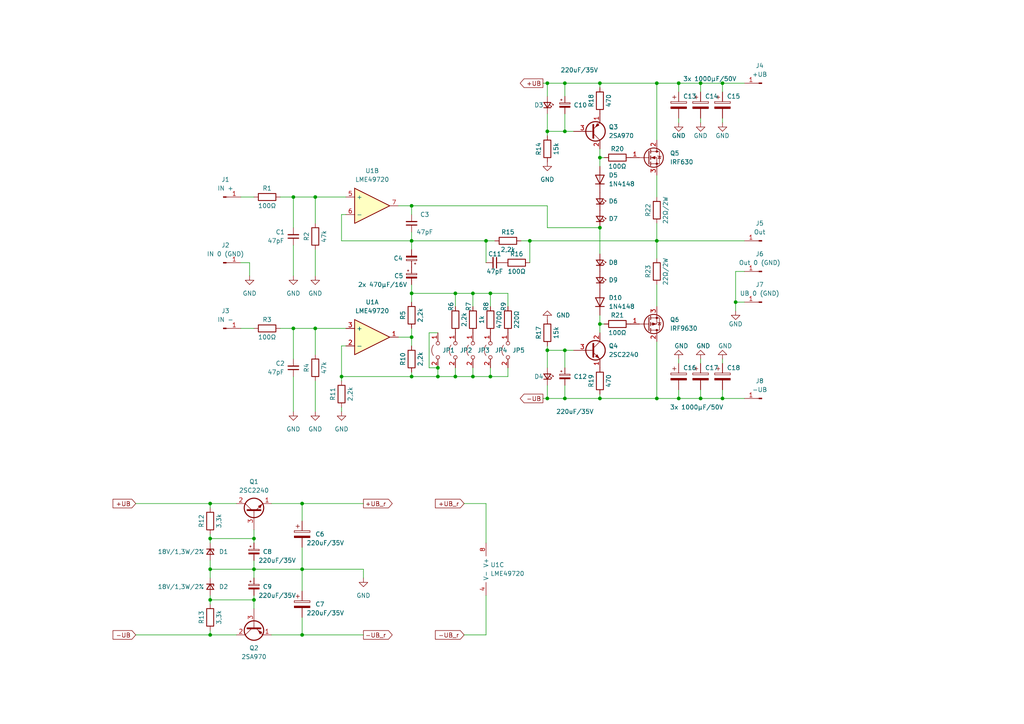
<source format=kicad_sch>
(kicad_sch (version 20211123) (generator eeschema)

  (uuid e63e39d7-6ac0-4ffd-8aa3-1841a4541b55)

  (paper "A4")

  (title_block
    (title "Thel \"VX-Line\" preamp (version 2021)")
    (rev "1.0")
    (comment 1 "PCB is not the original -> but like the original = exactly the same component placement")
    (comment 2 "1 layer PCB / all THT components")
  )

  (lib_symbols
    (symbol "Connector:Conn_01x01_Male" (pin_names (offset 1.016) hide) (in_bom yes) (on_board yes)
      (property "Reference" "J" (id 0) (at 0 2.54 0)
        (effects (font (size 1.27 1.27)))
      )
      (property "Value" "Conn_01x01_Male" (id 1) (at 0 -2.54 0)
        (effects (font (size 1.27 1.27)))
      )
      (property "Footprint" "" (id 2) (at 0 0 0)
        (effects (font (size 1.27 1.27)) hide)
      )
      (property "Datasheet" "~" (id 3) (at 0 0 0)
        (effects (font (size 1.27 1.27)) hide)
      )
      (property "ki_keywords" "connector" (id 4) (at 0 0 0)
        (effects (font (size 1.27 1.27)) hide)
      )
      (property "ki_description" "Generic connector, single row, 01x01, script generated (kicad-library-utils/schlib/autogen/connector/)" (id 5) (at 0 0 0)
        (effects (font (size 1.27 1.27)) hide)
      )
      (property "ki_fp_filters" "Connector*:*" (id 6) (at 0 0 0)
        (effects (font (size 1.27 1.27)) hide)
      )
      (symbol "Conn_01x01_Male_1_1"
        (polyline
          (pts
            (xy 1.27 0)
            (xy 0.8636 0)
          )
          (stroke (width 0.1524) (type default) (color 0 0 0 0))
          (fill (type none))
        )
        (rectangle (start 0.8636 0.127) (end 0 -0.127)
          (stroke (width 0.1524) (type default) (color 0 0 0 0))
          (fill (type outline))
        )
        (pin passive line (at 5.08 0 180) (length 3.81)
          (name "Pin_1" (effects (font (size 1.27 1.27))))
          (number "1" (effects (font (size 1.27 1.27))))
        )
      )
    )
    (symbol "Device:C_Polarized" (pin_numbers hide) (pin_names (offset 0.254)) (in_bom yes) (on_board yes)
      (property "Reference" "C" (id 0) (at 0.635 2.54 0)
        (effects (font (size 1.27 1.27)) (justify left))
      )
      (property "Value" "C_Polarized" (id 1) (at 0.635 -2.54 0)
        (effects (font (size 1.27 1.27)) (justify left))
      )
      (property "Footprint" "" (id 2) (at 0.9652 -3.81 0)
        (effects (font (size 1.27 1.27)) hide)
      )
      (property "Datasheet" "~" (id 3) (at 0 0 0)
        (effects (font (size 1.27 1.27)) hide)
      )
      (property "ki_keywords" "cap capacitor" (id 4) (at 0 0 0)
        (effects (font (size 1.27 1.27)) hide)
      )
      (property "ki_description" "Polarized capacitor" (id 5) (at 0 0 0)
        (effects (font (size 1.27 1.27)) hide)
      )
      (property "ki_fp_filters" "CP_*" (id 6) (at 0 0 0)
        (effects (font (size 1.27 1.27)) hide)
      )
      (symbol "C_Polarized_0_1"
        (rectangle (start -2.286 0.508) (end 2.286 1.016)
          (stroke (width 0) (type default) (color 0 0 0 0))
          (fill (type none))
        )
        (polyline
          (pts
            (xy -1.778 2.286)
            (xy -0.762 2.286)
          )
          (stroke (width 0) (type default) (color 0 0 0 0))
          (fill (type none))
        )
        (polyline
          (pts
            (xy -1.27 2.794)
            (xy -1.27 1.778)
          )
          (stroke (width 0) (type default) (color 0 0 0 0))
          (fill (type none))
        )
        (rectangle (start 2.286 -0.508) (end -2.286 -1.016)
          (stroke (width 0) (type default) (color 0 0 0 0))
          (fill (type outline))
        )
      )
      (symbol "C_Polarized_1_1"
        (pin passive line (at 0 3.81 270) (length 2.794)
          (name "~" (effects (font (size 1.27 1.27))))
          (number "1" (effects (font (size 1.27 1.27))))
        )
        (pin passive line (at 0 -3.81 90) (length 2.794)
          (name "~" (effects (font (size 1.27 1.27))))
          (number "2" (effects (font (size 1.27 1.27))))
        )
      )
    )
    (symbol "Device:C_Polarized_Small" (pin_numbers hide) (pin_names (offset 0.254) hide) (in_bom yes) (on_board yes)
      (property "Reference" "C" (id 0) (at 0.254 1.778 0)
        (effects (font (size 1.27 1.27)) (justify left))
      )
      (property "Value" "C_Polarized_Small" (id 1) (at 0.254 -2.032 0)
        (effects (font (size 1.27 1.27)) (justify left))
      )
      (property "Footprint" "" (id 2) (at 0 0 0)
        (effects (font (size 1.27 1.27)) hide)
      )
      (property "Datasheet" "~" (id 3) (at 0 0 0)
        (effects (font (size 1.27 1.27)) hide)
      )
      (property "ki_keywords" "cap capacitor" (id 4) (at 0 0 0)
        (effects (font (size 1.27 1.27)) hide)
      )
      (property "ki_description" "Polarized capacitor, small symbol" (id 5) (at 0 0 0)
        (effects (font (size 1.27 1.27)) hide)
      )
      (property "ki_fp_filters" "CP_*" (id 6) (at 0 0 0)
        (effects (font (size 1.27 1.27)) hide)
      )
      (symbol "C_Polarized_Small_0_1"
        (rectangle (start -1.524 -0.3048) (end 1.524 -0.6858)
          (stroke (width 0) (type default) (color 0 0 0 0))
          (fill (type outline))
        )
        (rectangle (start -1.524 0.6858) (end 1.524 0.3048)
          (stroke (width 0) (type default) (color 0 0 0 0))
          (fill (type none))
        )
        (polyline
          (pts
            (xy -1.27 1.524)
            (xy -0.762 1.524)
          )
          (stroke (width 0) (type default) (color 0 0 0 0))
          (fill (type none))
        )
        (polyline
          (pts
            (xy -1.016 1.27)
            (xy -1.016 1.778)
          )
          (stroke (width 0) (type default) (color 0 0 0 0))
          (fill (type none))
        )
      )
      (symbol "C_Polarized_Small_1_1"
        (pin passive line (at 0 2.54 270) (length 1.8542)
          (name "~" (effects (font (size 1.27 1.27))))
          (number "1" (effects (font (size 1.27 1.27))))
        )
        (pin passive line (at 0 -2.54 90) (length 1.8542)
          (name "~" (effects (font (size 1.27 1.27))))
          (number "2" (effects (font (size 1.27 1.27))))
        )
      )
    )
    (symbol "Device:C_Small" (pin_numbers hide) (pin_names (offset 0.254) hide) (in_bom yes) (on_board yes)
      (property "Reference" "C" (id 0) (at 0.254 1.778 0)
        (effects (font (size 1.27 1.27)) (justify left))
      )
      (property "Value" "C_Small" (id 1) (at 0.254 -2.032 0)
        (effects (font (size 1.27 1.27)) (justify left))
      )
      (property "Footprint" "" (id 2) (at 0 0 0)
        (effects (font (size 1.27 1.27)) hide)
      )
      (property "Datasheet" "~" (id 3) (at 0 0 0)
        (effects (font (size 1.27 1.27)) hide)
      )
      (property "ki_keywords" "capacitor cap" (id 4) (at 0 0 0)
        (effects (font (size 1.27 1.27)) hide)
      )
      (property "ki_description" "Unpolarized capacitor, small symbol" (id 5) (at 0 0 0)
        (effects (font (size 1.27 1.27)) hide)
      )
      (property "ki_fp_filters" "C_*" (id 6) (at 0 0 0)
        (effects (font (size 1.27 1.27)) hide)
      )
      (symbol "C_Small_0_1"
        (polyline
          (pts
            (xy -1.524 -0.508)
            (xy 1.524 -0.508)
          )
          (stroke (width 0.3302) (type default) (color 0 0 0 0))
          (fill (type none))
        )
        (polyline
          (pts
            (xy -1.524 0.508)
            (xy 1.524 0.508)
          )
          (stroke (width 0.3048) (type default) (color 0 0 0 0))
          (fill (type none))
        )
      )
      (symbol "C_Small_1_1"
        (pin passive line (at 0 2.54 270) (length 2.032)
          (name "~" (effects (font (size 1.27 1.27))))
          (number "1" (effects (font (size 1.27 1.27))))
        )
        (pin passive line (at 0 -2.54 90) (length 2.032)
          (name "~" (effects (font (size 1.27 1.27))))
          (number "2" (effects (font (size 1.27 1.27))))
        )
      )
    )
    (symbol "Device:D_Zener_Small" (pin_numbers hide) (pin_names (offset 0.254) hide) (in_bom yes) (on_board yes)
      (property "Reference" "D" (id 0) (at 0 2.286 0)
        (effects (font (size 1.27 1.27)))
      )
      (property "Value" "D_Zener_Small" (id 1) (at 0 -2.286 0)
        (effects (font (size 1.27 1.27)))
      )
      (property "Footprint" "" (id 2) (at 0 0 90)
        (effects (font (size 1.27 1.27)) hide)
      )
      (property "Datasheet" "~" (id 3) (at 0 0 90)
        (effects (font (size 1.27 1.27)) hide)
      )
      (property "ki_keywords" "diode" (id 4) (at 0 0 0)
        (effects (font (size 1.27 1.27)) hide)
      )
      (property "ki_description" "Zener diode, small symbol" (id 5) (at 0 0 0)
        (effects (font (size 1.27 1.27)) hide)
      )
      (property "ki_fp_filters" "TO-???* *_Diode_* *SingleDiode* D_*" (id 6) (at 0 0 0)
        (effects (font (size 1.27 1.27)) hide)
      )
      (symbol "D_Zener_Small_0_1"
        (polyline
          (pts
            (xy 0.762 0)
            (xy -0.762 0)
          )
          (stroke (width 0) (type default) (color 0 0 0 0))
          (fill (type none))
        )
        (polyline
          (pts
            (xy -0.254 1.016)
            (xy -0.762 1.016)
            (xy -0.762 -1.016)
          )
          (stroke (width 0.254) (type default) (color 0 0 0 0))
          (fill (type none))
        )
        (polyline
          (pts
            (xy 0.762 1.016)
            (xy -0.762 0)
            (xy 0.762 -1.016)
            (xy 0.762 1.016)
          )
          (stroke (width 0.254) (type default) (color 0 0 0 0))
          (fill (type none))
        )
      )
      (symbol "D_Zener_Small_1_1"
        (pin passive line (at -2.54 0 0) (length 1.778)
          (name "K" (effects (font (size 1.27 1.27))))
          (number "1" (effects (font (size 1.27 1.27))))
        )
        (pin passive line (at 2.54 0 180) (length 1.778)
          (name "A" (effects (font (size 1.27 1.27))))
          (number "2" (effects (font (size 1.27 1.27))))
        )
      )
    )
    (symbol "Device:LED_Small" (pin_numbers hide) (pin_names (offset 0.254) hide) (in_bom yes) (on_board yes)
      (property "Reference" "D" (id 0) (at -1.27 3.175 0)
        (effects (font (size 1.27 1.27)) (justify left))
      )
      (property "Value" "LED_Small" (id 1) (at -4.445 -2.54 0)
        (effects (font (size 1.27 1.27)) (justify left))
      )
      (property "Footprint" "" (id 2) (at 0 0 90)
        (effects (font (size 1.27 1.27)) hide)
      )
      (property "Datasheet" "~" (id 3) (at 0 0 90)
        (effects (font (size 1.27 1.27)) hide)
      )
      (property "ki_keywords" "LED diode light-emitting-diode" (id 4) (at 0 0 0)
        (effects (font (size 1.27 1.27)) hide)
      )
      (property "ki_description" "Light emitting diode, small symbol" (id 5) (at 0 0 0)
        (effects (font (size 1.27 1.27)) hide)
      )
      (property "ki_fp_filters" "LED* LED_SMD:* LED_THT:*" (id 6) (at 0 0 0)
        (effects (font (size 1.27 1.27)) hide)
      )
      (symbol "LED_Small_0_1"
        (polyline
          (pts
            (xy -0.762 -1.016)
            (xy -0.762 1.016)
          )
          (stroke (width 0.254) (type default) (color 0 0 0 0))
          (fill (type none))
        )
        (polyline
          (pts
            (xy 1.016 0)
            (xy -0.762 0)
          )
          (stroke (width 0) (type default) (color 0 0 0 0))
          (fill (type none))
        )
        (polyline
          (pts
            (xy 0.762 -1.016)
            (xy -0.762 0)
            (xy 0.762 1.016)
            (xy 0.762 -1.016)
          )
          (stroke (width 0.254) (type default) (color 0 0 0 0))
          (fill (type none))
        )
        (polyline
          (pts
            (xy 0 0.762)
            (xy -0.508 1.27)
            (xy -0.254 1.27)
            (xy -0.508 1.27)
            (xy -0.508 1.016)
          )
          (stroke (width 0) (type default) (color 0 0 0 0))
          (fill (type none))
        )
        (polyline
          (pts
            (xy 0.508 1.27)
            (xy 0 1.778)
            (xy 0.254 1.778)
            (xy 0 1.778)
            (xy 0 1.524)
          )
          (stroke (width 0) (type default) (color 0 0 0 0))
          (fill (type none))
        )
      )
      (symbol "LED_Small_1_1"
        (pin passive line (at -2.54 0 0) (length 1.778)
          (name "K" (effects (font (size 1.27 1.27))))
          (number "1" (effects (font (size 1.27 1.27))))
        )
        (pin passive line (at 2.54 0 180) (length 1.778)
          (name "A" (effects (font (size 1.27 1.27))))
          (number "2" (effects (font (size 1.27 1.27))))
        )
      )
    )
    (symbol "Device:Opamp_Dual" (in_bom yes) (on_board yes)
      (property "Reference" "U" (id 0) (at 0 5.08 0)
        (effects (font (size 1.27 1.27)) (justify left))
      )
      (property "Value" "Opamp_Dual" (id 1) (at 0 -5.08 0)
        (effects (font (size 1.27 1.27)) (justify left))
      )
      (property "Footprint" "" (id 2) (at 0 0 0)
        (effects (font (size 1.27 1.27)) hide)
      )
      (property "Datasheet" "~" (id 3) (at 0 0 0)
        (effects (font (size 1.27 1.27)) hide)
      )
      (property "ki_locked" "" (id 4) (at 0 0 0)
        (effects (font (size 1.27 1.27)))
      )
      (property "ki_keywords" "dual opamp" (id 5) (at 0 0 0)
        (effects (font (size 1.27 1.27)) hide)
      )
      (property "ki_description" "Dual operational amplifier" (id 6) (at 0 0 0)
        (effects (font (size 1.27 1.27)) hide)
      )
      (property "ki_fp_filters" "SOIC*3.9x4.9mm*P1.27mm* DIP*W7.62mm* MSOP*3x3mm*P0.65mm* SSOP*2.95x2.8mm*P0.65mm* TSSOP*3x3mm*P0.65mm* VSSOP*P0.5mm* TO?99*" (id 7) (at 0 0 0)
        (effects (font (size 1.27 1.27)) hide)
      )
      (symbol "Opamp_Dual_1_1"
        (polyline
          (pts
            (xy -5.08 5.08)
            (xy 5.08 0)
            (xy -5.08 -5.08)
            (xy -5.08 5.08)
          )
          (stroke (width 0.254) (type default) (color 0 0 0 0))
          (fill (type background))
        )
        (pin output line (at 7.62 0 180) (length 2.54)
          (name "~" (effects (font (size 1.27 1.27))))
          (number "1" (effects (font (size 1.27 1.27))))
        )
        (pin input line (at -7.62 -2.54 0) (length 2.54)
          (name "-" (effects (font (size 1.27 1.27))))
          (number "2" (effects (font (size 1.27 1.27))))
        )
        (pin input line (at -7.62 2.54 0) (length 2.54)
          (name "+" (effects (font (size 1.27 1.27))))
          (number "3" (effects (font (size 1.27 1.27))))
        )
      )
      (symbol "Opamp_Dual_2_1"
        (polyline
          (pts
            (xy -5.08 5.08)
            (xy 5.08 0)
            (xy -5.08 -5.08)
            (xy -5.08 5.08)
          )
          (stroke (width 0.254) (type default) (color 0 0 0 0))
          (fill (type background))
        )
        (pin input line (at -7.62 2.54 0) (length 2.54)
          (name "+" (effects (font (size 1.27 1.27))))
          (number "5" (effects (font (size 1.27 1.27))))
        )
        (pin input line (at -7.62 -2.54 0) (length 2.54)
          (name "-" (effects (font (size 1.27 1.27))))
          (number "6" (effects (font (size 1.27 1.27))))
        )
        (pin output line (at 7.62 0 180) (length 2.54)
          (name "~" (effects (font (size 1.27 1.27))))
          (number "7" (effects (font (size 1.27 1.27))))
        )
      )
      (symbol "Opamp_Dual_3_1"
        (pin power_in line (at -2.54 -7.62 90) (length 3.81)
          (name "V-" (effects (font (size 1.27 1.27))))
          (number "4" (effects (font (size 1.27 1.27))))
        )
        (pin power_in line (at -2.54 7.62 270) (length 3.81)
          (name "V+" (effects (font (size 1.27 1.27))))
          (number "8" (effects (font (size 1.27 1.27))))
        )
      )
    )
    (symbol "Device:R" (pin_numbers hide) (pin_names (offset 0)) (in_bom yes) (on_board yes)
      (property "Reference" "R" (id 0) (at 2.032 0 90)
        (effects (font (size 1.27 1.27)))
      )
      (property "Value" "R" (id 1) (at 0 0 90)
        (effects (font (size 1.27 1.27)))
      )
      (property "Footprint" "" (id 2) (at -1.778 0 90)
        (effects (font (size 1.27 1.27)) hide)
      )
      (property "Datasheet" "~" (id 3) (at 0 0 0)
        (effects (font (size 1.27 1.27)) hide)
      )
      (property "ki_keywords" "R res resistor" (id 4) (at 0 0 0)
        (effects (font (size 1.27 1.27)) hide)
      )
      (property "ki_description" "Resistor" (id 5) (at 0 0 0)
        (effects (font (size 1.27 1.27)) hide)
      )
      (property "ki_fp_filters" "R_*" (id 6) (at 0 0 0)
        (effects (font (size 1.27 1.27)) hide)
      )
      (symbol "R_0_1"
        (rectangle (start -1.016 -2.54) (end 1.016 2.54)
          (stroke (width 0.254) (type default) (color 0 0 0 0))
          (fill (type none))
        )
      )
      (symbol "R_1_1"
        (pin passive line (at 0 3.81 270) (length 1.27)
          (name "~" (effects (font (size 1.27 1.27))))
          (number "1" (effects (font (size 1.27 1.27))))
        )
        (pin passive line (at 0 -3.81 90) (length 1.27)
          (name "~" (effects (font (size 1.27 1.27))))
          (number "2" (effects (font (size 1.27 1.27))))
        )
      )
    )
    (symbol "Diode:1N4148" (pin_numbers hide) (pin_names (offset 1.016) hide) (in_bom yes) (on_board yes)
      (property "Reference" "D" (id 0) (at 0 2.54 0)
        (effects (font (size 1.27 1.27)))
      )
      (property "Value" "1N4148" (id 1) (at 0 -2.54 0)
        (effects (font (size 1.27 1.27)))
      )
      (property "Footprint" "Diode_THT:D_DO-35_SOD27_P7.62mm_Horizontal" (id 2) (at 0 -4.445 0)
        (effects (font (size 1.27 1.27)) hide)
      )
      (property "Datasheet" "https://assets.nexperia.com/documents/data-sheet/1N4148_1N4448.pdf" (id 3) (at 0 0 0)
        (effects (font (size 1.27 1.27)) hide)
      )
      (property "ki_keywords" "diode" (id 4) (at 0 0 0)
        (effects (font (size 1.27 1.27)) hide)
      )
      (property "ki_description" "100V 0.15A standard switching diode, DO-35" (id 5) (at 0 0 0)
        (effects (font (size 1.27 1.27)) hide)
      )
      (property "ki_fp_filters" "D*DO?35*" (id 6) (at 0 0 0)
        (effects (font (size 1.27 1.27)) hide)
      )
      (symbol "1N4148_0_1"
        (polyline
          (pts
            (xy -1.27 1.27)
            (xy -1.27 -1.27)
          )
          (stroke (width 0.254) (type default) (color 0 0 0 0))
          (fill (type none))
        )
        (polyline
          (pts
            (xy 1.27 0)
            (xy -1.27 0)
          )
          (stroke (width 0) (type default) (color 0 0 0 0))
          (fill (type none))
        )
        (polyline
          (pts
            (xy 1.27 1.27)
            (xy 1.27 -1.27)
            (xy -1.27 0)
            (xy 1.27 1.27)
          )
          (stroke (width 0.254) (type default) (color 0 0 0 0))
          (fill (type none))
        )
      )
      (symbol "1N4148_1_1"
        (pin passive line (at -3.81 0 0) (length 2.54)
          (name "K" (effects (font (size 1.27 1.27))))
          (number "1" (effects (font (size 1.27 1.27))))
        )
        (pin passive line (at 3.81 0 180) (length 2.54)
          (name "A" (effects (font (size 1.27 1.27))))
          (number "2" (effects (font (size 1.27 1.27))))
        )
      )
    )
    (symbol "Jumper:Jumper_2_Open" (pin_names (offset 0) hide) (in_bom yes) (on_board yes)
      (property "Reference" "JP" (id 0) (at 0 2.794 0)
        (effects (font (size 1.27 1.27)))
      )
      (property "Value" "Jumper_2_Open" (id 1) (at 0 -2.286 0)
        (effects (font (size 1.27 1.27)))
      )
      (property "Footprint" "" (id 2) (at 0 0 0)
        (effects (font (size 1.27 1.27)) hide)
      )
      (property "Datasheet" "~" (id 3) (at 0 0 0)
        (effects (font (size 1.27 1.27)) hide)
      )
      (property "ki_keywords" "Jumper SPST" (id 4) (at 0 0 0)
        (effects (font (size 1.27 1.27)) hide)
      )
      (property "ki_description" "Jumper, 2-pole, open" (id 5) (at 0 0 0)
        (effects (font (size 1.27 1.27)) hide)
      )
      (property "ki_fp_filters" "Jumper* TestPoint*2Pads* TestPoint*Bridge*" (id 6) (at 0 0 0)
        (effects (font (size 1.27 1.27)) hide)
      )
      (symbol "Jumper_2_Open_0_0"
        (circle (center -2.032 0) (radius 0.508)
          (stroke (width 0) (type default) (color 0 0 0 0))
          (fill (type none))
        )
        (circle (center 2.032 0) (radius 0.508)
          (stroke (width 0) (type default) (color 0 0 0 0))
          (fill (type none))
        )
      )
      (symbol "Jumper_2_Open_0_1"
        (arc (start 1.524 1.27) (mid 0 1.778) (end -1.524 1.27)
          (stroke (width 0) (type default) (color 0 0 0 0))
          (fill (type none))
        )
      )
      (symbol "Jumper_2_Open_1_1"
        (pin passive line (at -5.08 0 0) (length 2.54)
          (name "A" (effects (font (size 1.27 1.27))))
          (number "1" (effects (font (size 1.27 1.27))))
        )
        (pin passive line (at 5.08 0 180) (length 2.54)
          (name "B" (effects (font (size 1.27 1.27))))
          (number "2" (effects (font (size 1.27 1.27))))
        )
      )
    )
    (symbol "Transistor_BJT:BD139" (pin_names (offset 0) hide) (in_bom yes) (on_board yes)
      (property "Reference" "Q" (id 0) (at 5.08 1.905 0)
        (effects (font (size 1.27 1.27)) (justify left))
      )
      (property "Value" "BD139" (id 1) (at 5.08 0 0)
        (effects (font (size 1.27 1.27)) (justify left))
      )
      (property "Footprint" "Package_TO_SOT_THT:TO-126-3_Vertical" (id 2) (at 5.08 -1.905 0)
        (effects (font (size 1.27 1.27) italic) (justify left) hide)
      )
      (property "Datasheet" "http://www.st.com/internet/com/TECHNICAL_RESOURCES/TECHNICAL_LITERATURE/DATASHEET/CD00001225.pdf" (id 3) (at 0 0 0)
        (effects (font (size 1.27 1.27)) (justify left) hide)
      )
      (property "ki_keywords" "Low Voltage Transistor" (id 4) (at 0 0 0)
        (effects (font (size 1.27 1.27)) hide)
      )
      (property "ki_description" "1.5A Ic, 80V Vce, Low Voltage Transistor, TO-126" (id 5) (at 0 0 0)
        (effects (font (size 1.27 1.27)) hide)
      )
      (property "ki_fp_filters" "TO?126*" (id 6) (at 0 0 0)
        (effects (font (size 1.27 1.27)) hide)
      )
      (symbol "BD139_0_1"
        (polyline
          (pts
            (xy 0 0)
            (xy 0.635 0)
          )
          (stroke (width 0) (type default) (color 0 0 0 0))
          (fill (type none))
        )
        (polyline
          (pts
            (xy 2.54 -2.54)
            (xy 0.635 -0.635)
          )
          (stroke (width 0) (type default) (color 0 0 0 0))
          (fill (type none))
        )
        (polyline
          (pts
            (xy 2.54 2.54)
            (xy 0.635 0.635)
          )
          (stroke (width 0) (type default) (color 0 0 0 0))
          (fill (type none))
        )
        (polyline
          (pts
            (xy 0.635 1.905)
            (xy 0.635 -1.905)
            (xy 0.635 -1.905)
          )
          (stroke (width 0.508) (type default) (color 0 0 0 0))
          (fill (type outline))
        )
        (polyline
          (pts
            (xy 1.2446 -1.778)
            (xy 1.7526 -1.27)
            (xy 2.286 -2.286)
            (xy 1.2446 -1.778)
            (xy 1.2446 -1.778)
          )
          (stroke (width 0) (type default) (color 0 0 0 0))
          (fill (type outline))
        )
        (circle (center 1.27 0) (radius 2.8194)
          (stroke (width 0.3048) (type default) (color 0 0 0 0))
          (fill (type none))
        )
      )
      (symbol "BD139_1_1"
        (pin passive line (at 2.54 -5.08 90) (length 2.54)
          (name "E" (effects (font (size 1.27 1.27))))
          (number "1" (effects (font (size 1.27 1.27))))
        )
        (pin passive line (at 2.54 5.08 270) (length 2.54)
          (name "C" (effects (font (size 1.27 1.27))))
          (number "2" (effects (font (size 1.27 1.27))))
        )
        (pin input line (at -5.08 0 0) (length 5.08)
          (name "B" (effects (font (size 1.27 1.27))))
          (number "3" (effects (font (size 1.27 1.27))))
        )
      )
    )
    (symbol "Transistor_BJT:BD140" (pin_names (offset 0) hide) (in_bom yes) (on_board yes)
      (property "Reference" "Q" (id 0) (at 5.08 1.905 0)
        (effects (font (size 1.27 1.27)) (justify left))
      )
      (property "Value" "BD140" (id 1) (at 5.08 0 0)
        (effects (font (size 1.27 1.27)) (justify left))
      )
      (property "Footprint" "Package_TO_SOT_THT:TO-126-3_Vertical" (id 2) (at 5.08 -1.905 0)
        (effects (font (size 1.27 1.27) italic) (justify left) hide)
      )
      (property "Datasheet" "http://www.st.com/internet/com/TECHNICAL_RESOURCES/TECHNICAL_LITERATURE/DATASHEET/CD00001225.pdf" (id 3) (at 0 0 0)
        (effects (font (size 1.27 1.27)) (justify left) hide)
      )
      (property "ki_keywords" "Low Voltage Transistor" (id 4) (at 0 0 0)
        (effects (font (size 1.27 1.27)) hide)
      )
      (property "ki_description" "1.5A Ic, 80V Vce, Low Voltage Transistor, TO-126" (id 5) (at 0 0 0)
        (effects (font (size 1.27 1.27)) hide)
      )
      (property "ki_fp_filters" "TO?126*" (id 6) (at 0 0 0)
        (effects (font (size 1.27 1.27)) hide)
      )
      (symbol "BD140_0_1"
        (polyline
          (pts
            (xy 0 0)
            (xy 0.635 0)
          )
          (stroke (width 0) (type default) (color 0 0 0 0))
          (fill (type none))
        )
        (polyline
          (pts
            (xy 2.54 -2.54)
            (xy 0.635 -0.635)
          )
          (stroke (width 0) (type default) (color 0 0 0 0))
          (fill (type none))
        )
        (polyline
          (pts
            (xy 2.54 2.54)
            (xy 0.635 0.635)
          )
          (stroke (width 0) (type default) (color 0 0 0 0))
          (fill (type none))
        )
        (polyline
          (pts
            (xy 0.635 1.905)
            (xy 0.635 -1.905)
            (xy 0.635 -1.905)
          )
          (stroke (width 0.508) (type default) (color 0 0 0 0))
          (fill (type outline))
        )
        (polyline
          (pts
            (xy 1.778 -2.286)
            (xy 2.286 -1.778)
            (xy 1.27 -1.27)
            (xy 1.778 -2.286)
            (xy 1.778 -2.286)
          )
          (stroke (width 0) (type default) (color 0 0 0 0))
          (fill (type outline))
        )
        (circle (center 1.27 0) (radius 2.8194)
          (stroke (width 0.3048) (type default) (color 0 0 0 0))
          (fill (type none))
        )
      )
      (symbol "BD140_1_1"
        (pin passive line (at 2.54 -5.08 90) (length 2.54)
          (name "E" (effects (font (size 1.27 1.27))))
          (number "1" (effects (font (size 1.27 1.27))))
        )
        (pin passive line (at 2.54 5.08 270) (length 2.54)
          (name "C" (effects (font (size 1.27 1.27))))
          (number "2" (effects (font (size 1.27 1.27))))
        )
        (pin input line (at -5.08 0 0) (length 5.08)
          (name "B" (effects (font (size 1.27 1.27))))
          (number "3" (effects (font (size 1.27 1.27))))
        )
      )
    )
    (symbol "Transistor_FET:IRF4905" (pin_names hide) (in_bom yes) (on_board yes)
      (property "Reference" "Q" (id 0) (at 5.08 1.905 0)
        (effects (font (size 1.27 1.27)) (justify left))
      )
      (property "Value" "IRF4905" (id 1) (at 5.08 0 0)
        (effects (font (size 1.27 1.27)) (justify left))
      )
      (property "Footprint" "Package_TO_SOT_THT:TO-220-3_Vertical" (id 2) (at 5.08 -1.905 0)
        (effects (font (size 1.27 1.27) italic) (justify left) hide)
      )
      (property "Datasheet" "http://www.infineon.com/dgdl/irf4905.pdf?fileId=5546d462533600a4015355e32165197c" (id 3) (at 0 0 0)
        (effects (font (size 1.27 1.27)) (justify left) hide)
      )
      (property "ki_keywords" "Single P-Channel HEXFET Power MOSFET" (id 4) (at 0 0 0)
        (effects (font (size 1.27 1.27)) hide)
      )
      (property "ki_description" "-74A Id, -55V Vds, Single P-Channel HEXFET Power MOSFET, 20mOhm Ron, TO-220AB" (id 5) (at 0 0 0)
        (effects (font (size 1.27 1.27)) hide)
      )
      (property "ki_fp_filters" "TO?220*" (id 6) (at 0 0 0)
        (effects (font (size 1.27 1.27)) hide)
      )
      (symbol "IRF4905_0_1"
        (polyline
          (pts
            (xy 0.254 0)
            (xy -2.54 0)
          )
          (stroke (width 0) (type default) (color 0 0 0 0))
          (fill (type none))
        )
        (polyline
          (pts
            (xy 0.254 1.905)
            (xy 0.254 -1.905)
          )
          (stroke (width 0.254) (type default) (color 0 0 0 0))
          (fill (type none))
        )
        (polyline
          (pts
            (xy 0.762 -1.27)
            (xy 0.762 -2.286)
          )
          (stroke (width 0.254) (type default) (color 0 0 0 0))
          (fill (type none))
        )
        (polyline
          (pts
            (xy 0.762 0.508)
            (xy 0.762 -0.508)
          )
          (stroke (width 0.254) (type default) (color 0 0 0 0))
          (fill (type none))
        )
        (polyline
          (pts
            (xy 0.762 2.286)
            (xy 0.762 1.27)
          )
          (stroke (width 0.254) (type default) (color 0 0 0 0))
          (fill (type none))
        )
        (polyline
          (pts
            (xy 2.54 2.54)
            (xy 2.54 1.778)
          )
          (stroke (width 0) (type default) (color 0 0 0 0))
          (fill (type none))
        )
        (polyline
          (pts
            (xy 2.54 -2.54)
            (xy 2.54 0)
            (xy 0.762 0)
          )
          (stroke (width 0) (type default) (color 0 0 0 0))
          (fill (type none))
        )
        (polyline
          (pts
            (xy 0.762 1.778)
            (xy 3.302 1.778)
            (xy 3.302 -1.778)
            (xy 0.762 -1.778)
          )
          (stroke (width 0) (type default) (color 0 0 0 0))
          (fill (type none))
        )
        (polyline
          (pts
            (xy 2.286 0)
            (xy 1.27 0.381)
            (xy 1.27 -0.381)
            (xy 2.286 0)
          )
          (stroke (width 0) (type default) (color 0 0 0 0))
          (fill (type outline))
        )
        (polyline
          (pts
            (xy 2.794 -0.508)
            (xy 2.921 -0.381)
            (xy 3.683 -0.381)
            (xy 3.81 -0.254)
          )
          (stroke (width 0) (type default) (color 0 0 0 0))
          (fill (type none))
        )
        (polyline
          (pts
            (xy 3.302 -0.381)
            (xy 2.921 0.254)
            (xy 3.683 0.254)
            (xy 3.302 -0.381)
          )
          (stroke (width 0) (type default) (color 0 0 0 0))
          (fill (type none))
        )
        (circle (center 1.651 0) (radius 2.794)
          (stroke (width 0.254) (type default) (color 0 0 0 0))
          (fill (type none))
        )
        (circle (center 2.54 -1.778) (radius 0.254)
          (stroke (width 0) (type default) (color 0 0 0 0))
          (fill (type outline))
        )
        (circle (center 2.54 1.778) (radius 0.254)
          (stroke (width 0) (type default) (color 0 0 0 0))
          (fill (type outline))
        )
      )
      (symbol "IRF4905_1_1"
        (pin input line (at -5.08 0 0) (length 2.54)
          (name "G" (effects (font (size 1.27 1.27))))
          (number "1" (effects (font (size 1.27 1.27))))
        )
        (pin passive line (at 2.54 5.08 270) (length 2.54)
          (name "D" (effects (font (size 1.27 1.27))))
          (number "2" (effects (font (size 1.27 1.27))))
        )
        (pin passive line (at 2.54 -5.08 90) (length 2.54)
          (name "S" (effects (font (size 1.27 1.27))))
          (number "3" (effects (font (size 1.27 1.27))))
        )
      )
    )
    (symbol "Transistor_FET:IRF540N" (pin_names hide) (in_bom yes) (on_board yes)
      (property "Reference" "Q" (id 0) (at 6.35 1.905 0)
        (effects (font (size 1.27 1.27)) (justify left))
      )
      (property "Value" "IRF540N" (id 1) (at 6.35 0 0)
        (effects (font (size 1.27 1.27)) (justify left))
      )
      (property "Footprint" "Package_TO_SOT_THT:TO-220-3_Vertical" (id 2) (at 6.35 -1.905 0)
        (effects (font (size 1.27 1.27) italic) (justify left) hide)
      )
      (property "Datasheet" "http://www.irf.com/product-info/datasheets/data/irf540n.pdf" (id 3) (at 0 0 0)
        (effects (font (size 1.27 1.27)) (justify left) hide)
      )
      (property "ki_keywords" "HEXFET N-Channel MOSFET" (id 4) (at 0 0 0)
        (effects (font (size 1.27 1.27)) hide)
      )
      (property "ki_description" "33A Id, 100V Vds, HEXFET N-Channel MOSFET, TO-220" (id 5) (at 0 0 0)
        (effects (font (size 1.27 1.27)) hide)
      )
      (property "ki_fp_filters" "TO?220*" (id 6) (at 0 0 0)
        (effects (font (size 1.27 1.27)) hide)
      )
      (symbol "IRF540N_0_1"
        (polyline
          (pts
            (xy 0.254 0)
            (xy -2.54 0)
          )
          (stroke (width 0) (type default) (color 0 0 0 0))
          (fill (type none))
        )
        (polyline
          (pts
            (xy 0.254 1.905)
            (xy 0.254 -1.905)
          )
          (stroke (width 0.254) (type default) (color 0 0 0 0))
          (fill (type none))
        )
        (polyline
          (pts
            (xy 0.762 -1.27)
            (xy 0.762 -2.286)
          )
          (stroke (width 0.254) (type default) (color 0 0 0 0))
          (fill (type none))
        )
        (polyline
          (pts
            (xy 0.762 0.508)
            (xy 0.762 -0.508)
          )
          (stroke (width 0.254) (type default) (color 0 0 0 0))
          (fill (type none))
        )
        (polyline
          (pts
            (xy 0.762 2.286)
            (xy 0.762 1.27)
          )
          (stroke (width 0.254) (type default) (color 0 0 0 0))
          (fill (type none))
        )
        (polyline
          (pts
            (xy 2.54 2.54)
            (xy 2.54 1.778)
          )
          (stroke (width 0) (type default) (color 0 0 0 0))
          (fill (type none))
        )
        (polyline
          (pts
            (xy 2.54 -2.54)
            (xy 2.54 0)
            (xy 0.762 0)
          )
          (stroke (width 0) (type default) (color 0 0 0 0))
          (fill (type none))
        )
        (polyline
          (pts
            (xy 0.762 -1.778)
            (xy 3.302 -1.778)
            (xy 3.302 1.778)
            (xy 0.762 1.778)
          )
          (stroke (width 0) (type default) (color 0 0 0 0))
          (fill (type none))
        )
        (polyline
          (pts
            (xy 1.016 0)
            (xy 2.032 0.381)
            (xy 2.032 -0.381)
            (xy 1.016 0)
          )
          (stroke (width 0) (type default) (color 0 0 0 0))
          (fill (type outline))
        )
        (polyline
          (pts
            (xy 2.794 0.508)
            (xy 2.921 0.381)
            (xy 3.683 0.381)
            (xy 3.81 0.254)
          )
          (stroke (width 0) (type default) (color 0 0 0 0))
          (fill (type none))
        )
        (polyline
          (pts
            (xy 3.302 0.381)
            (xy 2.921 -0.254)
            (xy 3.683 -0.254)
            (xy 3.302 0.381)
          )
          (stroke (width 0) (type default) (color 0 0 0 0))
          (fill (type none))
        )
        (circle (center 1.651 0) (radius 2.794)
          (stroke (width 0.254) (type default) (color 0 0 0 0))
          (fill (type none))
        )
        (circle (center 2.54 -1.778) (radius 0.254)
          (stroke (width 0) (type default) (color 0 0 0 0))
          (fill (type outline))
        )
        (circle (center 2.54 1.778) (radius 0.254)
          (stroke (width 0) (type default) (color 0 0 0 0))
          (fill (type outline))
        )
      )
      (symbol "IRF540N_1_1"
        (pin input line (at -5.08 0 0) (length 2.54)
          (name "G" (effects (font (size 1.27 1.27))))
          (number "1" (effects (font (size 1.27 1.27))))
        )
        (pin passive line (at 2.54 5.08 270) (length 2.54)
          (name "D" (effects (font (size 1.27 1.27))))
          (number "2" (effects (font (size 1.27 1.27))))
        )
        (pin passive line (at 2.54 -5.08 90) (length 2.54)
          (name "S" (effects (font (size 1.27 1.27))))
          (number "3" (effects (font (size 1.27 1.27))))
        )
      )
    )
    (symbol "power:GND" (power) (pin_names (offset 0)) (in_bom yes) (on_board yes)
      (property "Reference" "#PWR" (id 0) (at 0 -6.35 0)
        (effects (font (size 1.27 1.27)) hide)
      )
      (property "Value" "GND" (id 1) (at 0 -3.81 0)
        (effects (font (size 1.27 1.27)))
      )
      (property "Footprint" "" (id 2) (at 0 0 0)
        (effects (font (size 1.27 1.27)) hide)
      )
      (property "Datasheet" "" (id 3) (at 0 0 0)
        (effects (font (size 1.27 1.27)) hide)
      )
      (property "ki_keywords" "power-flag" (id 4) (at 0 0 0)
        (effects (font (size 1.27 1.27)) hide)
      )
      (property "ki_description" "Power symbol creates a global label with name \"GND\" , ground" (id 5) (at 0 0 0)
        (effects (font (size 1.27 1.27)) hide)
      )
      (symbol "GND_0_1"
        (polyline
          (pts
            (xy 0 0)
            (xy 0 -1.27)
            (xy 1.27 -1.27)
            (xy 0 -2.54)
            (xy -1.27 -1.27)
            (xy 0 -1.27)
          )
          (stroke (width 0) (type default) (color 0 0 0 0))
          (fill (type none))
        )
      )
      (symbol "GND_1_1"
        (pin power_in line (at 0 0 270) (length 0) hide
          (name "GND" (effects (font (size 1.27 1.27))))
          (number "1" (effects (font (size 1.27 1.27))))
        )
      )
    )
  )

  (junction (at 119.38 109.22) (diameter 0) (color 0 0 0 0)
    (uuid 01464f4d-13bb-46fb-83a6-9f1dad7948e5)
  )
  (junction (at 60.96 156.21) (diameter 0) (color 0 0 0 0)
    (uuid 02013c95-dcc5-4581-b3a0-43c40f675f42)
  )
  (junction (at 153.67 69.85) (diameter 0) (color 0 0 0 0)
    (uuid 0542617f-53ec-4d8f-a3b7-21a2becb308f)
  )
  (junction (at 209.55 24.13) (diameter 0) (color 0 0 0 0)
    (uuid 1034b6e2-b5f2-4aea-ac3e-993582d26f15)
  )
  (junction (at 173.99 66.04) (diameter 0) (color 0 0 0 0)
    (uuid 12a8b63b-23bc-4da6-82c8-ba697d728ac0)
  )
  (junction (at 73.66 165.1) (diameter 0) (color 0 0 0 0)
    (uuid 13591ffb-3caa-4622-b791-269ff2a3549e)
  )
  (junction (at 85.09 57.15) (diameter 0) (color 0 0 0 0)
    (uuid 276e3735-fb69-4cd5-a193-319fda33f7e1)
  )
  (junction (at 140.97 69.85) (diameter 0) (color 0 0 0 0)
    (uuid 2d231ec0-692d-47cb-b148-3bff92e0d813)
  )
  (junction (at 190.5 115.57) (diameter 0) (color 0 0 0 0)
    (uuid 2e45bebf-253d-4418-bf96-01ac4222b571)
  )
  (junction (at 127 109.22) (diameter 0) (color 0 0 0 0)
    (uuid 33e423fc-d7ed-4e2f-935c-72b798f0dca0)
  )
  (junction (at 158.75 115.57) (diameter 0) (color 0 0 0 0)
    (uuid 394cc3f5-3e62-42da-9d20-f1bc1a3abaae)
  )
  (junction (at 173.99 93.98) (diameter 0) (color 0 0 0 0)
    (uuid 431d38b6-900e-48e2-9320-6417ec0cb82b)
  )
  (junction (at 91.44 57.15) (diameter 0) (color 0 0 0 0)
    (uuid 44452852-044c-4826-b7e5-19dab312ed49)
  )
  (junction (at 132.08 109.22) (diameter 0) (color 0 0 0 0)
    (uuid 481c4746-3892-4e9f-83f2-e5e30ec303f9)
  )
  (junction (at 85.09 95.25) (diameter 0) (color 0 0 0 0)
    (uuid 4c32b074-cd3f-4cfb-b927-84164d94a9af)
  )
  (junction (at 99.06 109.22) (diameter 0) (color 0 0 0 0)
    (uuid 53700368-4b0f-46cb-9dc9-fa945c577940)
  )
  (junction (at 163.83 24.13) (diameter 0) (color 0 0 0 0)
    (uuid 55a25124-6465-49dd-ba98-dd0ee7fa9f70)
  )
  (junction (at 196.85 24.13) (diameter 0) (color 0 0 0 0)
    (uuid 57c1a25d-1049-416f-852d-d7388996a974)
  )
  (junction (at 87.63 184.15) (diameter 0) (color 0 0 0 0)
    (uuid 593f8348-ea05-4f6d-a3f8-afab7cb23b64)
  )
  (junction (at 163.83 101.6) (diameter 0) (color 0 0 0 0)
    (uuid 59a4bf32-6a2d-435e-995d-e6d2cd4a777c)
  )
  (junction (at 158.75 38.1) (diameter 0) (color 0 0 0 0)
    (uuid 5dcd003e-6679-4cf2-9b8c-f561e967d126)
  )
  (junction (at 158.75 24.13) (diameter 0) (color 0 0 0 0)
    (uuid 65dd582b-6e9a-463b-a2f0-5c9040c42479)
  )
  (junction (at 87.63 165.1) (diameter 0) (color 0 0 0 0)
    (uuid 6677b049-9c53-4ac4-b393-f7b10e10a96b)
  )
  (junction (at 196.85 115.57) (diameter 0) (color 0 0 0 0)
    (uuid 6da6eca1-75ee-47a3-a0c6-d8defb03c046)
  )
  (junction (at 91.44 95.25) (diameter 0) (color 0 0 0 0)
    (uuid 73b383e7-4db8-4cdc-9271-570366695359)
  )
  (junction (at 137.16 85.09) (diameter 0) (color 0 0 0 0)
    (uuid 8273b635-c848-4ebf-8022-d4f4ebf303d2)
  )
  (junction (at 119.38 85.09) (diameter 0) (color 0 0 0 0)
    (uuid 84fc926d-7736-424e-8366-85cb34707d92)
  )
  (junction (at 173.99 24.13) (diameter 0) (color 0 0 0 0)
    (uuid 8c051be7-2f6e-401c-b31d-af247f4aa654)
  )
  (junction (at 119.38 59.69) (diameter 0) (color 0 0 0 0)
    (uuid 8f2bdc59-da62-4c8d-bdac-ca897c67af09)
  )
  (junction (at 60.96 184.15) (diameter 0) (color 0 0 0 0)
    (uuid 90577b57-f1bb-460e-8e19-5efde91d1e91)
  )
  (junction (at 87.63 146.05) (diameter 0) (color 0 0 0 0)
    (uuid 91829fd5-0b8a-4d0c-b949-178846a0596e)
  )
  (junction (at 158.75 101.6) (diameter 0) (color 0 0 0 0)
    (uuid 96fb1ddf-24ab-40ce-8e0a-8c17eed06395)
  )
  (junction (at 163.83 115.57) (diameter 0) (color 0 0 0 0)
    (uuid aa5d6c10-13bf-47d8-ab1b-b78fe3a82786)
  )
  (junction (at 60.96 165.1) (diameter 0) (color 0 0 0 0)
    (uuid aed58214-b760-47c7-8cca-09b7bb5954dc)
  )
  (junction (at 73.66 156.21) (diameter 0) (color 0 0 0 0)
    (uuid aff5880f-5626-4040-b09b-6dd977f29d64)
  )
  (junction (at 142.24 85.09) (diameter 0) (color 0 0 0 0)
    (uuid b12569ce-0774-4a28-a36c-c6c3d47dec0e)
  )
  (junction (at 203.2 115.57) (diameter 0) (color 0 0 0 0)
    (uuid b2f052a3-edbb-40ed-930c-b2e8d43afefa)
  )
  (junction (at 60.96 146.05) (diameter 0) (color 0 0 0 0)
    (uuid b704a749-80b7-4406-b127-4487286365af)
  )
  (junction (at 203.2 24.13) (diameter 0) (color 0 0 0 0)
    (uuid b7c7f5ec-740b-4d8d-bc7b-f6e03e4ad00f)
  )
  (junction (at 190.5 69.85) (diameter 0) (color 0 0 0 0)
    (uuid c5191b70-7509-4cee-81e3-ad87612d1424)
  )
  (junction (at 173.99 45.72) (diameter 0) (color 0 0 0 0)
    (uuid c76a8a01-fdf5-489f-b067-cfb107b0d86a)
  )
  (junction (at 119.38 69.85) (diameter 0) (color 0 0 0 0)
    (uuid c829ae22-e351-44e0-a26e-2e667a5c2303)
  )
  (junction (at 142.24 109.22) (diameter 0) (color 0 0 0 0)
    (uuid ccc855da-478e-4567-a523-d95c107e5284)
  )
  (junction (at 60.96 173.99) (diameter 0) (color 0 0 0 0)
    (uuid cd385693-38ab-48fc-9e2d-aee4f0379981)
  )
  (junction (at 190.5 24.13) (diameter 0) (color 0 0 0 0)
    (uuid cf13914a-10b3-4a4c-af6c-60c0adf47659)
  )
  (junction (at 119.38 97.79) (diameter 0) (color 0 0 0 0)
    (uuid da3cddaa-52d2-4a1a-b6c8-8353c90f62dc)
  )
  (junction (at 132.08 85.09) (diameter 0) (color 0 0 0 0)
    (uuid dd2307fd-4546-476a-ba12-8360c593c3bd)
  )
  (junction (at 127 106.68) (diameter 0) (color 0 0 0 0)
    (uuid e17331f2-d0ae-410e-9119-4edfe1c1a8fe)
  )
  (junction (at 73.66 173.99) (diameter 0) (color 0 0 0 0)
    (uuid e181b6c2-abe9-47d7-997f-527973271187)
  )
  (junction (at 137.16 109.22) (diameter 0) (color 0 0 0 0)
    (uuid e5aafa32-a772-4121-98d3-9ca28664aa67)
  )
  (junction (at 173.99 115.57) (diameter 0) (color 0 0 0 0)
    (uuid e6921dba-e0c4-4132-9580-cc473cab3db9)
  )
  (junction (at 213.36 87.63) (diameter 0) (color 0 0 0 0)
    (uuid ee511c83-2336-4eab-94b1-3f8dadeb4a38)
  )
  (junction (at 163.83 38.1) (diameter 0) (color 0 0 0 0)
    (uuid f40e8d16-e619-404b-8634-a23c0805709b)
  )
  (junction (at 209.55 115.57) (diameter 0) (color 0 0 0 0)
    (uuid fa03aa34-6bbf-4948-9a91-b10f4d62d50c)
  )

  (wire (pts (xy 203.2 35.56) (xy 203.2 34.29))
    (stroke (width 0) (type default) (color 0 0 0 0))
    (uuid 03447406-dbb6-4926-be50-b73be2869d87)
  )
  (wire (pts (xy 60.96 182.88) (xy 60.96 184.15))
    (stroke (width 0) (type default) (color 0 0 0 0))
    (uuid 039a89c3-dc8b-4e35-a7d4-c224b384e981)
  )
  (wire (pts (xy 209.55 115.57) (xy 215.9 115.57))
    (stroke (width 0) (type default) (color 0 0 0 0))
    (uuid 04b8f0f2-a407-4849-83d7-9a142f7eb904)
  )
  (wire (pts (xy 99.06 100.33) (xy 100.33 100.33))
    (stroke (width 0) (type default) (color 0 0 0 0))
    (uuid 059e8732-fb4e-4fce-a8a2-f83be4cfc975)
  )
  (wire (pts (xy 158.75 33.02) (xy 158.75 38.1))
    (stroke (width 0) (type default) (color 0 0 0 0))
    (uuid 066ceae3-a42f-406a-99ab-dc3b4fe3a359)
  )
  (wire (pts (xy 209.55 35.56) (xy 209.55 34.29))
    (stroke (width 0) (type default) (color 0 0 0 0))
    (uuid 079c2f54-c1d7-43e3-969e-93217230b5cb)
  )
  (wire (pts (xy 190.5 115.57) (xy 196.85 115.57))
    (stroke (width 0) (type default) (color 0 0 0 0))
    (uuid 097d9632-c74f-4f68-ba4b-5b1a36167c95)
  )
  (wire (pts (xy 190.5 24.13) (xy 190.5 40.64))
    (stroke (width 0) (type default) (color 0 0 0 0))
    (uuid 0a257163-1dca-4a61-bfa2-8a7d3ad9b868)
  )
  (wire (pts (xy 115.57 97.79) (xy 119.38 97.79))
    (stroke (width 0) (type default) (color 0 0 0 0))
    (uuid 0b4118d8-a67c-4763-b9a1-13eb2dcdc6c0)
  )
  (wire (pts (xy 163.83 101.6) (xy 166.37 101.6))
    (stroke (width 0) (type default) (color 0 0 0 0))
    (uuid 0c66d5fc-3a7e-4649-a0c7-919e689c2d9f)
  )
  (wire (pts (xy 60.96 146.05) (xy 60.96 147.32))
    (stroke (width 0) (type default) (color 0 0 0 0))
    (uuid 0d53f229-c199-4fbe-8e56-69472b55b7f5)
  )
  (wire (pts (xy 119.38 59.69) (xy 119.38 62.23))
    (stroke (width 0) (type default) (color 0 0 0 0))
    (uuid 0e043e85-921f-4dd7-bc0b-649a19b6b57b)
  )
  (wire (pts (xy 119.38 109.22) (xy 119.38 107.95))
    (stroke (width 0) (type default) (color 0 0 0 0))
    (uuid 0e966bf4-ac73-49a9-a14b-d494a7d6fcec)
  )
  (wire (pts (xy 137.16 88.9) (xy 137.16 85.09))
    (stroke (width 0) (type default) (color 0 0 0 0))
    (uuid 100342c3-3e36-4a94-b344-13ab9a6e8f8b)
  )
  (wire (pts (xy 132.08 106.68) (xy 132.08 109.22))
    (stroke (width 0) (type default) (color 0 0 0 0))
    (uuid 12352adb-dbb0-4765-8331-431bdd6fe6a2)
  )
  (wire (pts (xy 91.44 95.25) (xy 100.33 95.25))
    (stroke (width 0) (type default) (color 0 0 0 0))
    (uuid 1446e408-aa4b-4ce5-abf3-37692ba0b5b1)
  )
  (wire (pts (xy 115.57 59.69) (xy 119.38 59.69))
    (stroke (width 0) (type default) (color 0 0 0 0))
    (uuid 158521a9-489a-4d31-b424-aa398dfa91d5)
  )
  (wire (pts (xy 190.5 99.06) (xy 190.5 115.57))
    (stroke (width 0) (type default) (color 0 0 0 0))
    (uuid 1901a3a9-167a-4e1f-b4b2-a2555aae2ab6)
  )
  (wire (pts (xy 119.38 85.09) (xy 119.38 87.63))
    (stroke (width 0) (type default) (color 0 0 0 0))
    (uuid 19848809-0283-4f32-b1d9-e19a3ab6425c)
  )
  (wire (pts (xy 140.97 146.05) (xy 140.97 157.48))
    (stroke (width 0) (type default) (color 0 0 0 0))
    (uuid 1c923964-4747-4a4b-bee9-c88fd81f3a82)
  )
  (wire (pts (xy 213.36 87.63) (xy 215.9 87.63))
    (stroke (width 0) (type default) (color 0 0 0 0))
    (uuid 1d44f5e7-484c-4303-b8ed-4c1ea80904d5)
  )
  (wire (pts (xy 119.38 82.55) (xy 119.38 85.09))
    (stroke (width 0) (type default) (color 0 0 0 0))
    (uuid 1dd357ac-c9f0-460a-8dcf-84309fdc50a1)
  )
  (wire (pts (xy 124.46 106.68) (xy 127 106.68))
    (stroke (width 0) (type default) (color 0 0 0 0))
    (uuid 200f8984-88d6-47f4-8c47-a0db7a64a76c)
  )
  (wire (pts (xy 60.96 146.05) (xy 68.58 146.05))
    (stroke (width 0) (type default) (color 0 0 0 0))
    (uuid 2378a9b0-8f31-455d-9d9d-fc4afc29c9c3)
  )
  (wire (pts (xy 91.44 95.25) (xy 91.44 102.87))
    (stroke (width 0) (type default) (color 0 0 0 0))
    (uuid 2527bd11-8211-48a1-8deb-614f545cc8b0)
  )
  (wire (pts (xy 203.2 115.57) (xy 209.55 115.57))
    (stroke (width 0) (type default) (color 0 0 0 0))
    (uuid 2bf8f46d-8a4d-4d19-b5d0-8f7c41021d11)
  )
  (wire (pts (xy 85.09 95.25) (xy 85.09 104.14))
    (stroke (width 0) (type default) (color 0 0 0 0))
    (uuid 2e0b46ca-4368-47c8-982c-0756e65927dc)
  )
  (wire (pts (xy 119.38 85.09) (xy 132.08 85.09))
    (stroke (width 0) (type default) (color 0 0 0 0))
    (uuid 31ae76e2-a84b-4bc5-8505-f8dbc604b429)
  )
  (wire (pts (xy 546.1 138.43) (xy 546.1 144.78))
    (stroke (width 0) (type default) (color 0 0 0 0))
    (uuid 321280f0-8ee5-414c-9bac-6f7cb743abbe)
  )
  (wire (pts (xy 190.5 50.8) (xy 190.5 57.15))
    (stroke (width 0) (type default) (color 0 0 0 0))
    (uuid 33b10703-c9a5-4cd8-8322-1e82029254c4)
  )
  (wire (pts (xy 91.44 72.39) (xy 91.44 80.01))
    (stroke (width 0) (type default) (color 0 0 0 0))
    (uuid 33f06d79-078d-4e6f-b850-607f5f1be9dd)
  )
  (wire (pts (xy 137.16 85.09) (xy 142.24 85.09))
    (stroke (width 0) (type default) (color 0 0 0 0))
    (uuid 3589a178-d11e-41be-8bbb-70a22e528c5b)
  )
  (wire (pts (xy 91.44 57.15) (xy 100.33 57.15))
    (stroke (width 0) (type default) (color 0 0 0 0))
    (uuid 35c078bf-c482-4434-9271-d069b39cfd9e)
  )
  (wire (pts (xy 173.99 45.72) (xy 173.99 48.26))
    (stroke (width 0) (type default) (color 0 0 0 0))
    (uuid 366c9e73-1cd9-4b73-9941-7988c850ec16)
  )
  (wire (pts (xy 173.99 66.04) (xy 158.75 66.04))
    (stroke (width 0) (type default) (color 0 0 0 0))
    (uuid 368e7801-bc98-4a20-8926-02a79a158856)
  )
  (wire (pts (xy 105.41 165.1) (xy 105.41 167.64))
    (stroke (width 0) (type default) (color 0 0 0 0))
    (uuid 37b287d1-81a2-4f5a-b55c-0296ed23e19d)
  )
  (wire (pts (xy 142.24 85.09) (xy 142.24 88.9))
    (stroke (width 0) (type default) (color 0 0 0 0))
    (uuid 399c0788-10d8-4fa8-b605-99a041fa4046)
  )
  (wire (pts (xy 85.09 109.22) (xy 85.09 119.38))
    (stroke (width 0) (type default) (color 0 0 0 0))
    (uuid 39fa77e3-22a0-4a25-9c20-edf96d8508ee)
  )
  (wire (pts (xy 196.85 113.03) (xy 196.85 115.57))
    (stroke (width 0) (type default) (color 0 0 0 0))
    (uuid 3ad3d796-cf43-4000-9c71-b639fae3fa37)
  )
  (wire (pts (xy 173.99 91.44) (xy 173.99 93.98))
    (stroke (width 0) (type default) (color 0 0 0 0))
    (uuid 3b883e02-9e50-4a47-a71d-4294c2a39457)
  )
  (wire (pts (xy 196.85 24.13) (xy 196.85 26.67))
    (stroke (width 0) (type default) (color 0 0 0 0))
    (uuid 3c1565ec-98ae-4e23-a1e2-aedfc084869d)
  )
  (wire (pts (xy 73.66 165.1) (xy 87.63 165.1))
    (stroke (width 0) (type default) (color 0 0 0 0))
    (uuid 3f8ea516-68cf-4379-ad20-f109d76e1116)
  )
  (wire (pts (xy 99.06 118.11) (xy 99.06 119.38))
    (stroke (width 0) (type default) (color 0 0 0 0))
    (uuid 47d20451-061a-40ed-a5a2-f7143d8c0f0a)
  )
  (wire (pts (xy 196.85 35.56) (xy 196.85 34.29))
    (stroke (width 0) (type default) (color 0 0 0 0))
    (uuid 4c70ef00-5177-4c6b-8966-35fd91c64907)
  )
  (wire (pts (xy 60.96 162.56) (xy 60.96 165.1))
    (stroke (width 0) (type default) (color 0 0 0 0))
    (uuid 4d134b91-a451-45f1-8856-811a92e9da6b)
  )
  (wire (pts (xy 203.2 104.14) (xy 203.2 105.41))
    (stroke (width 0) (type default) (color 0 0 0 0))
    (uuid 4d5abb92-66c5-45e6-a2ca-dcfc488da2bb)
  )
  (wire (pts (xy 158.75 100.33) (xy 158.75 101.6))
    (stroke (width 0) (type default) (color 0 0 0 0))
    (uuid 4d5fae72-001b-401a-bd2d-624615ef5df1)
  )
  (wire (pts (xy 119.38 59.69) (xy 158.75 59.69))
    (stroke (width 0) (type default) (color 0 0 0 0))
    (uuid 4da52d7b-855c-4fee-8d7d-be6c8a4cca7b)
  )
  (wire (pts (xy 163.83 24.13) (xy 173.99 24.13))
    (stroke (width 0) (type default) (color 0 0 0 0))
    (uuid 4e06c881-dec3-4ef2-a33d-563ee938f7c1)
  )
  (wire (pts (xy 209.55 24.13) (xy 209.55 26.67))
    (stroke (width 0) (type default) (color 0 0 0 0))
    (uuid 51b6f78a-bcdb-48fa-886c-371b76f3bdfc)
  )
  (wire (pts (xy 99.06 69.85) (xy 99.06 62.23))
    (stroke (width 0) (type default) (color 0 0 0 0))
    (uuid 52e7a11c-a9a9-42c9-aad2-862c8b2be038)
  )
  (wire (pts (xy 157.48 115.57) (xy 158.75 115.57))
    (stroke (width 0) (type default) (color 0 0 0 0))
    (uuid 53066e88-b717-40ff-805b-058d0a5655bf)
  )
  (wire (pts (xy 173.99 93.98) (xy 175.26 93.98))
    (stroke (width 0) (type default) (color 0 0 0 0))
    (uuid 55833998-d6ea-43b5-b0b5-9466ac845c8f)
  )
  (wire (pts (xy 158.75 101.6) (xy 158.75 106.68))
    (stroke (width 0) (type default) (color 0 0 0 0))
    (uuid 55b30fdc-ad3e-4b63-ad9c-dd18cc065048)
  )
  (wire (pts (xy 213.36 87.63) (xy 213.36 90.17))
    (stroke (width 0) (type default) (color 0 0 0 0))
    (uuid 5669daa9-7458-4c96-8f8d-4b837b85918b)
  )
  (wire (pts (xy 142.24 85.09) (xy 147.32 85.09))
    (stroke (width 0) (type default) (color 0 0 0 0))
    (uuid 56b2d711-82f6-455a-8eef-6e1978597346)
  )
  (wire (pts (xy 209.55 104.14) (xy 209.55 105.41))
    (stroke (width 0) (type default) (color 0 0 0 0))
    (uuid 5b189148-8b6e-49ea-bdf1-dc4b52b3d607)
  )
  (wire (pts (xy 73.66 153.67) (xy 73.66 156.21))
    (stroke (width 0) (type default) (color 0 0 0 0))
    (uuid 5b2df489-a837-4f74-bb7b-8f55c244a73b)
  )
  (wire (pts (xy 173.99 24.13) (xy 173.99 25.4))
    (stroke (width 0) (type default) (color 0 0 0 0))
    (uuid 5c7cd7f0-b128-488e-af53-8e029a3b6591)
  )
  (wire (pts (xy 69.85 57.15) (xy 73.66 57.15))
    (stroke (width 0) (type default) (color 0 0 0 0))
    (uuid 5e7628de-f7ba-464d-bea7-bab724cb6b05)
  )
  (wire (pts (xy 119.38 69.85) (xy 119.38 72.39))
    (stroke (width 0) (type default) (color 0 0 0 0))
    (uuid 5f30df2a-b6c1-4591-8652-60efca95a6a4)
  )
  (wire (pts (xy 140.97 172.72) (xy 140.97 184.15))
    (stroke (width 0) (type default) (color 0 0 0 0))
    (uuid 5f5237c4-ac68-490f-86e5-5496b667ab4c)
  )
  (wire (pts (xy 196.85 115.57) (xy 203.2 115.57))
    (stroke (width 0) (type default) (color 0 0 0 0))
    (uuid 5fd69e72-37ff-4b75-b1e5-ff487f7381f5)
  )
  (wire (pts (xy 73.66 172.72) (xy 73.66 173.99))
    (stroke (width 0) (type default) (color 0 0 0 0))
    (uuid 60dda6f5-49eb-448c-bb18-018b45a3a2ad)
  )
  (wire (pts (xy 190.5 64.77) (xy 190.5 69.85))
    (stroke (width 0) (type default) (color 0 0 0 0))
    (uuid 60e30f7a-8f4b-4e4b-95e7-87c924cb7b92)
  )
  (wire (pts (xy 91.44 110.49) (xy 91.44 119.38))
    (stroke (width 0) (type default) (color 0 0 0 0))
    (uuid 61a80e86-5033-4813-8e20-7015580b32f0)
  )
  (wire (pts (xy 85.09 57.15) (xy 85.09 66.04))
    (stroke (width 0) (type default) (color 0 0 0 0))
    (uuid 64468f35-6ff5-454a-8eac-44657b6f9d39)
  )
  (wire (pts (xy 173.99 93.98) (xy 173.99 96.52))
    (stroke (width 0) (type default) (color 0 0 0 0))
    (uuid 656994a1-6dd8-4005-8665-b3c8c1a54e1a)
  )
  (wire (pts (xy 60.96 184.15) (xy 68.58 184.15))
    (stroke (width 0) (type default) (color 0 0 0 0))
    (uuid 699f0f50-e72a-4552-97e5-c88115d311bb)
  )
  (wire (pts (xy 190.5 24.13) (xy 196.85 24.13))
    (stroke (width 0) (type default) (color 0 0 0 0))
    (uuid 6af02143-364c-4678-8ec9-a77d67deef95)
  )
  (wire (pts (xy 39.37 184.15) (xy 60.96 184.15))
    (stroke (width 0) (type default) (color 0 0 0 0))
    (uuid 6b67fe9a-874a-4a76-8a33-e8960f130ae4)
  )
  (wire (pts (xy 137.16 106.68) (xy 137.16 109.22))
    (stroke (width 0) (type default) (color 0 0 0 0))
    (uuid 6f3de90d-4ed7-452c-b8a6-ef14575872cc)
  )
  (wire (pts (xy 99.06 109.22) (xy 119.38 109.22))
    (stroke (width 0) (type default) (color 0 0 0 0))
    (uuid 73a80dc7-9e06-4679-be6a-37bceae6356c)
  )
  (wire (pts (xy 73.66 173.99) (xy 73.66 176.53))
    (stroke (width 0) (type default) (color 0 0 0 0))
    (uuid 73b7efdb-8d3b-4456-b9a5-0a1f17f49c1f)
  )
  (wire (pts (xy 87.63 165.1) (xy 87.63 171.45))
    (stroke (width 0) (type default) (color 0 0 0 0))
    (uuid 77ba8b52-5a95-4051-8d8d-242068cc6a5d)
  )
  (wire (pts (xy 124.46 96.52) (xy 124.46 106.68))
    (stroke (width 0) (type default) (color 0 0 0 0))
    (uuid 7b414c2c-4bd5-4203-89ca-9759d682d015)
  )
  (wire (pts (xy 69.85 76.2) (xy 72.39 76.2))
    (stroke (width 0) (type default) (color 0 0 0 0))
    (uuid 7c8eed3a-6258-42ce-a014-54d2b6110162)
  )
  (wire (pts (xy 158.75 101.6) (xy 163.83 101.6))
    (stroke (width 0) (type default) (color 0 0 0 0))
    (uuid 7d35ebe6-9809-4ba0-9749-26de274df302)
  )
  (wire (pts (xy 87.63 146.05) (xy 87.63 151.13))
    (stroke (width 0) (type default) (color 0 0 0 0))
    (uuid 7ebe7893-d30a-4564-acfb-1448352421ca)
  )
  (wire (pts (xy 153.67 69.85) (xy 190.5 69.85))
    (stroke (width 0) (type default) (color 0 0 0 0))
    (uuid 7feedd06-b812-4197-9a60-8a3138e181f3)
  )
  (wire (pts (xy 173.99 43.18) (xy 173.99 45.72))
    (stroke (width 0) (type default) (color 0 0 0 0))
    (uuid 81a6d75a-d149-4119-a590-52576c84fa7e)
  )
  (wire (pts (xy 190.5 82.55) (xy 190.5 88.9))
    (stroke (width 0) (type default) (color 0 0 0 0))
    (uuid 81bcabf9-dcc4-41ff-bd55-09c4c46381b7)
  )
  (wire (pts (xy 85.09 71.12) (xy 85.09 80.01))
    (stroke (width 0) (type default) (color 0 0 0 0))
    (uuid 81d23338-151e-45dc-9b9c-6b1bba0bd32a)
  )
  (wire (pts (xy 127 96.52) (xy 124.46 96.52))
    (stroke (width 0) (type default) (color 0 0 0 0))
    (uuid 81f5f7c8-480a-4133-a34b-2b412a9a52b7)
  )
  (wire (pts (xy 119.38 109.22) (xy 127 109.22))
    (stroke (width 0) (type default) (color 0 0 0 0))
    (uuid 82a88d1b-b231-42ca-87d4-c33d926ce876)
  )
  (wire (pts (xy 69.85 95.25) (xy 73.66 95.25))
    (stroke (width 0) (type default) (color 0 0 0 0))
    (uuid 89de7e6c-7034-43dd-a52a-d6f3bc7533b1)
  )
  (wire (pts (xy 158.75 111.76) (xy 158.75 115.57))
    (stroke (width 0) (type default) (color 0 0 0 0))
    (uuid 8cf10323-8678-468a-99b4-be3f949f9ce6)
  )
  (wire (pts (xy 190.5 69.85) (xy 215.9 69.85))
    (stroke (width 0) (type default) (color 0 0 0 0))
    (uuid 8e5c75aa-ff7d-4cb8-8578-bbe1884fa98f)
  )
  (wire (pts (xy 99.06 62.23) (xy 100.33 62.23))
    (stroke (width 0) (type default) (color 0 0 0 0))
    (uuid 8e60b763-2243-47dd-9be9-098603da9dd3)
  )
  (wire (pts (xy 119.38 97.79) (xy 119.38 100.33))
    (stroke (width 0) (type default) (color 0 0 0 0))
    (uuid 8f934c90-37f8-4052-b522-ea952efddec8)
  )
  (wire (pts (xy 85.09 95.25) (xy 91.44 95.25))
    (stroke (width 0) (type default) (color 0 0 0 0))
    (uuid 94561503-c131-4997-8b90-46fd40235464)
  )
  (wire (pts (xy 134.62 146.05) (xy 140.97 146.05))
    (stroke (width 0) (type default) (color 0 0 0 0))
    (uuid 94908760-7e19-4c26-9d17-ebabc656b83d)
  )
  (wire (pts (xy 196.85 24.13) (xy 203.2 24.13))
    (stroke (width 0) (type default) (color 0 0 0 0))
    (uuid 95295740-c822-451c-92c8-99688b06dae4)
  )
  (wire (pts (xy 173.99 66.04) (xy 173.99 73.66))
    (stroke (width 0) (type default) (color 0 0 0 0))
    (uuid 959c5792-80dd-4103-bc58-4bf5b3593c50)
  )
  (wire (pts (xy 60.96 173.99) (xy 73.66 173.99))
    (stroke (width 0) (type default) (color 0 0 0 0))
    (uuid 95d54e87-6585-4006-92d6-923bd77879f4)
  )
  (wire (pts (xy 60.96 156.21) (xy 60.96 157.48))
    (stroke (width 0) (type default) (color 0 0 0 0))
    (uuid 964a5160-2d2c-444a-84d6-683fca6958ae)
  )
  (wire (pts (xy 134.62 184.15) (xy 140.97 184.15))
    (stroke (width 0) (type default) (color 0 0 0 0))
    (uuid 984317da-fbc2-47f9-8924-22988bb33918)
  )
  (wire (pts (xy 158.75 38.1) (xy 163.83 38.1))
    (stroke (width 0) (type default) (color 0 0 0 0))
    (uuid 98fc3b9f-34bd-4ea3-a252-6e957905741f)
  )
  (wire (pts (xy 209.55 113.03) (xy 209.55 115.57))
    (stroke (width 0) (type default) (color 0 0 0 0))
    (uuid 9909fb22-c723-440d-a26c-9bff12d8dc8d)
  )
  (wire (pts (xy 147.32 106.68) (xy 147.32 109.22))
    (stroke (width 0) (type default) (color 0 0 0 0))
    (uuid 9c7059d1-18c2-4abc-a793-a060a92d8581)
  )
  (wire (pts (xy 119.38 69.85) (xy 140.97 69.85))
    (stroke (width 0) (type default) (color 0 0 0 0))
    (uuid 9c8edf9e-0838-429a-b1a7-a549348c33e9)
  )
  (wire (pts (xy 203.2 113.03) (xy 203.2 115.57))
    (stroke (width 0) (type default) (color 0 0 0 0))
    (uuid 9d19133f-90fe-420b-88d8-dd7ab75dc0d0)
  )
  (wire (pts (xy 215.9 78.74) (xy 213.36 78.74))
    (stroke (width 0) (type default) (color 0 0 0 0))
    (uuid 9d68c3bb-fe34-4f03-a3b5-a39ddcd2f781)
  )
  (wire (pts (xy 142.24 106.68) (xy 142.24 109.22))
    (stroke (width 0) (type default) (color 0 0 0 0))
    (uuid 9ebc1970-a1cb-4a2b-a213-cb25f36208a1)
  )
  (wire (pts (xy 127 109.22) (xy 132.08 109.22))
    (stroke (width 0) (type default) (color 0 0 0 0))
    (uuid a3a6f1d8-4f09-4b6c-92e4-a190981ef375)
  )
  (wire (pts (xy 158.75 24.13) (xy 163.83 24.13))
    (stroke (width 0) (type default) (color 0 0 0 0))
    (uuid a3e22a59-03da-4991-baca-ee468c118e75)
  )
  (wire (pts (xy 119.38 69.85) (xy 99.06 69.85))
    (stroke (width 0) (type default) (color 0 0 0 0))
    (uuid a4dc5f8f-ddf1-4e99-a233-9e89466cab7c)
  )
  (wire (pts (xy 158.75 115.57) (xy 163.83 115.57))
    (stroke (width 0) (type default) (color 0 0 0 0))
    (uuid a7011d45-28b4-4b18-b0b5-c1846d1a61d8)
  )
  (wire (pts (xy 73.66 162.56) (xy 73.66 165.1))
    (stroke (width 0) (type default) (color 0 0 0 0))
    (uuid aa6cafef-00bd-441e-82fe-e66d9c60320a)
  )
  (wire (pts (xy 173.99 114.3) (xy 173.99 115.57))
    (stroke (width 0) (type default) (color 0 0 0 0))
    (uuid acef2f4e-7d91-488c-bc7c-15e9911abbad)
  )
  (wire (pts (xy 99.06 109.22) (xy 99.06 110.49))
    (stroke (width 0) (type default) (color 0 0 0 0))
    (uuid ada9a0b0-76ef-40f2-8e54-e29f8c202de4)
  )
  (wire (pts (xy 163.83 24.13) (xy 163.83 27.94))
    (stroke (width 0) (type default) (color 0 0 0 0))
    (uuid af30817a-da0f-482a-adb7-8a77e853f914)
  )
  (wire (pts (xy 85.09 57.15) (xy 91.44 57.15))
    (stroke (width 0) (type default) (color 0 0 0 0))
    (uuid af755fee-bb98-4147-99e9-295d6f8c1e79)
  )
  (wire (pts (xy 119.38 67.31) (xy 119.38 69.85))
    (stroke (width 0) (type default) (color 0 0 0 0))
    (uuid b35a3649-dbf6-4cfb-9adb-bc7e1702f919)
  )
  (wire (pts (xy 87.63 179.07) (xy 87.63 184.15))
    (stroke (width 0) (type default) (color 0 0 0 0))
    (uuid b385a308-a36f-41bf-9a6c-3ffb12e53051)
  )
  (wire (pts (xy 173.99 115.57) (xy 190.5 115.57))
    (stroke (width 0) (type default) (color 0 0 0 0))
    (uuid b463607f-8aca-4e86-a020-aa219bf6f18f)
  )
  (wire (pts (xy 87.63 158.75) (xy 87.63 165.1))
    (stroke (width 0) (type default) (color 0 0 0 0))
    (uuid b5c4cc8d-b39c-4401-81ae-2c1e10540f42)
  )
  (wire (pts (xy 203.2 24.13) (xy 209.55 24.13))
    (stroke (width 0) (type default) (color 0 0 0 0))
    (uuid b97777bf-6fdb-457d-8ceb-72c6d1b1a1a3)
  )
  (wire (pts (xy 91.44 64.77) (xy 91.44 57.15))
    (stroke (width 0) (type default) (color 0 0 0 0))
    (uuid ba6620be-558e-4da1-bd10-5c64883dfab2)
  )
  (wire (pts (xy 73.66 156.21) (xy 73.66 157.48))
    (stroke (width 0) (type default) (color 0 0 0 0))
    (uuid bd672514-7acb-4abb-8695-293c92b08476)
  )
  (wire (pts (xy 190.5 69.85) (xy 190.5 74.93))
    (stroke (width 0) (type default) (color 0 0 0 0))
    (uuid bd68586e-7a0f-417d-937c-c685294048a5)
  )
  (wire (pts (xy 209.55 24.13) (xy 215.9 24.13))
    (stroke (width 0) (type default) (color 0 0 0 0))
    (uuid c18e50b3-8d78-4133-a2e8-ff0f74a17c57)
  )
  (wire (pts (xy 132.08 109.22) (xy 137.16 109.22))
    (stroke (width 0) (type default) (color 0 0 0 0))
    (uuid c2531cdb-71b5-409c-bf0d-42a7452a0fc0)
  )
  (wire (pts (xy 87.63 165.1) (xy 105.41 165.1))
    (stroke (width 0) (type default) (color 0 0 0 0))
    (uuid c4dff7c2-b1e6-48f6-a7bb-6ae1080f5066)
  )
  (wire (pts (xy 60.96 165.1) (xy 73.66 165.1))
    (stroke (width 0) (type default) (color 0 0 0 0))
    (uuid c5a48e64-12b7-42f3-8f1e-f61088d94427)
  )
  (wire (pts (xy 119.38 95.25) (xy 119.38 97.79))
    (stroke (width 0) (type default) (color 0 0 0 0))
    (uuid c765f56a-d4ec-42b7-9fc5-968ddfdabcc9)
  )
  (wire (pts (xy 158.75 66.04) (xy 158.75 59.69))
    (stroke (width 0) (type default) (color 0 0 0 0))
    (uuid ccc4d9b7-473d-499a-a905-03d983abc9f9)
  )
  (wire (pts (xy 132.08 85.09) (xy 132.08 88.9))
    (stroke (width 0) (type default) (color 0 0 0 0))
    (uuid cd288ef0-b33a-47ad-a956-1324fe568cc6)
  )
  (wire (pts (xy 60.96 165.1) (xy 60.96 167.64))
    (stroke (width 0) (type default) (color 0 0 0 0))
    (uuid cd4a2ef3-981a-4e34-bdff-3214cbeb0a04)
  )
  (wire (pts (xy 158.75 27.94) (xy 158.75 24.13))
    (stroke (width 0) (type default) (color 0 0 0 0))
    (uuid cd970cff-4205-44df-9185-7955f54ebef9)
  )
  (wire (pts (xy 81.28 57.15) (xy 85.09 57.15))
    (stroke (width 0) (type default) (color 0 0 0 0))
    (uuid cda0eab9-2d34-41a0-8990-90be4ae8abe4)
  )
  (wire (pts (xy 73.66 165.1) (xy 73.66 167.64))
    (stroke (width 0) (type default) (color 0 0 0 0))
    (uuid cf461d07-6390-46ed-8199-b028a9658509)
  )
  (wire (pts (xy 87.63 146.05) (xy 105.41 146.05))
    (stroke (width 0) (type default) (color 0 0 0 0))
    (uuid d0a98a84-2d2f-454a-b621-fb68a3f4696d)
  )
  (wire (pts (xy 87.63 184.15) (xy 105.41 184.15))
    (stroke (width 0) (type default) (color 0 0 0 0))
    (uuid d219cb62-c771-405f-9fb6-dcedce40e2f0)
  )
  (wire (pts (xy 158.75 38.1) (xy 158.75 39.37))
    (stroke (width 0) (type default) (color 0 0 0 0))
    (uuid d370fb70-fde5-4a5d-b3dc-f698ff5fd0d6)
  )
  (wire (pts (xy 173.99 45.72) (xy 175.26 45.72))
    (stroke (width 0) (type default) (color 0 0 0 0))
    (uuid d4522c82-635c-4595-bad2-25a522609ff8)
  )
  (wire (pts (xy 72.39 76.2) (xy 72.39 80.01))
    (stroke (width 0) (type default) (color 0 0 0 0))
    (uuid d68a444c-2144-42ab-8f18-659953e6df73)
  )
  (wire (pts (xy 163.83 106.68) (xy 163.83 101.6))
    (stroke (width 0) (type default) (color 0 0 0 0))
    (uuid da83bc4c-5d29-4561-9c9d-a4ed0cc527fc)
  )
  (wire (pts (xy 140.97 69.85) (xy 140.97 76.2))
    (stroke (width 0) (type default) (color 0 0 0 0))
    (uuid dad0c3c6-901b-4e18-905b-596da84ad296)
  )
  (wire (pts (xy 153.67 69.85) (xy 153.67 76.2))
    (stroke (width 0) (type default) (color 0 0 0 0))
    (uuid dbe66fc4-a837-4701-821c-9fea6e693396)
  )
  (wire (pts (xy 151.13 69.85) (xy 153.67 69.85))
    (stroke (width 0) (type default) (color 0 0 0 0))
    (uuid de5f452b-242a-4e7d-b182-32c81e36b27d)
  )
  (wire (pts (xy 60.96 156.21) (xy 73.66 156.21))
    (stroke (width 0) (type default) (color 0 0 0 0))
    (uuid decc364b-f3c9-49d2-97af-aef88771930e)
  )
  (wire (pts (xy 147.32 109.22) (xy 142.24 109.22))
    (stroke (width 0) (type default) (color 0 0 0 0))
    (uuid df86dc6b-561d-4ede-ad15-9a26171f02ef)
  )
  (wire (pts (xy 81.28 95.25) (xy 85.09 95.25))
    (stroke (width 0) (type default) (color 0 0 0 0))
    (uuid dfaac33f-b39e-4d54-bed6-0ddf588051d7)
  )
  (wire (pts (xy 127 106.68) (xy 127 109.22))
    (stroke (width 0) (type default) (color 0 0 0 0))
    (uuid e05bd10e-c260-4f42-be70-ea476fc854d8)
  )
  (wire (pts (xy 147.32 85.09) (xy 147.32 88.9))
    (stroke (width 0) (type default) (color 0 0 0 0))
    (uuid e2088c78-423b-4513-85f3-41f91aef4085)
  )
  (wire (pts (xy 137.16 109.22) (xy 142.24 109.22))
    (stroke (width 0) (type default) (color 0 0 0 0))
    (uuid e315e150-4434-4cd7-8949-1a098045570e)
  )
  (wire (pts (xy 163.83 111.76) (xy 163.83 115.57))
    (stroke (width 0) (type default) (color 0 0 0 0))
    (uuid e833b5e1-7bfe-4ea0-82e4-121755d33810)
  )
  (wire (pts (xy 157.48 24.13) (xy 158.75 24.13))
    (stroke (width 0) (type default) (color 0 0 0 0))
    (uuid eb319140-1442-453c-a384-b46b193c0f72)
  )
  (wire (pts (xy 132.08 85.09) (xy 137.16 85.09))
    (stroke (width 0) (type default) (color 0 0 0 0))
    (uuid ec3be09d-41dd-4d38-99e9-678779d2ea78)
  )
  (wire (pts (xy 78.74 184.15) (xy 87.63 184.15))
    (stroke (width 0) (type default) (color 0 0 0 0))
    (uuid ec71c00c-e07d-468e-85f7-deea8c609a9c)
  )
  (wire (pts (xy 143.51 69.85) (xy 140.97 69.85))
    (stroke (width 0) (type default) (color 0 0 0 0))
    (uuid ed5b7253-53e6-4d7a-8848-506a4eef3e8d)
  )
  (wire (pts (xy 163.83 33.02) (xy 163.83 38.1))
    (stroke (width 0) (type default) (color 0 0 0 0))
    (uuid f143585d-a709-44ae-bc2c-dc876e70b967)
  )
  (wire (pts (xy 196.85 104.14) (xy 196.85 105.41))
    (stroke (width 0) (type default) (color 0 0 0 0))
    (uuid f2451b6d-dd01-4321-98a6-6d129e10179d)
  )
  (wire (pts (xy 163.83 115.57) (xy 173.99 115.57))
    (stroke (width 0) (type default) (color 0 0 0 0))
    (uuid f26cb0b1-60f8-43cb-a3f7-e1b2a4c181d9)
  )
  (wire (pts (xy 99.06 100.33) (xy 99.06 109.22))
    (stroke (width 0) (type default) (color 0 0 0 0))
    (uuid f2e09014-f598-4ba9-9330-e7d71670e8be)
  )
  (wire (pts (xy 173.99 24.13) (xy 190.5 24.13))
    (stroke (width 0) (type default) (color 0 0 0 0))
    (uuid f3253caa-a18f-4512-a43a-17e6447334f0)
  )
  (wire (pts (xy 60.96 172.72) (xy 60.96 173.99))
    (stroke (width 0) (type default) (color 0 0 0 0))
    (uuid f3293a39-34fa-4c02-83e9-448b4e7b57b7)
  )
  (wire (pts (xy 60.96 154.94) (xy 60.96 156.21))
    (stroke (width 0) (type default) (color 0 0 0 0))
    (uuid f4b3b2f3-450d-4d7b-8148-5998d053dc11)
  )
  (wire (pts (xy 39.37 146.05) (xy 60.96 146.05))
    (stroke (width 0) (type default) (color 0 0 0 0))
    (uuid f605995e-b329-4476-a3ba-400f3b362456)
  )
  (wire (pts (xy 78.74 146.05) (xy 87.63 146.05))
    (stroke (width 0) (type default) (color 0 0 0 0))
    (uuid f8079b10-ae14-43cf-92ed-007df4569488)
  )
  (wire (pts (xy 203.2 24.13) (xy 203.2 26.67))
    (stroke (width 0) (type default) (color 0 0 0 0))
    (uuid fcc106fd-7f7e-449f-a87f-c0ffa6e93e73)
  )
  (wire (pts (xy 213.36 78.74) (xy 213.36 87.63))
    (stroke (width 0) (type default) (color 0 0 0 0))
    (uuid fd41307b-7f53-4824-8e67-e4e6e8a0f985)
  )
  (wire (pts (xy 163.83 38.1) (xy 166.37 38.1))
    (stroke (width 0) (type default) (color 0 0 0 0))
    (uuid fe87bf35-0f78-481d-aa85-1d9d3215073c)
  )
  (wire (pts (xy 60.96 173.99) (xy 60.96 175.26))
    (stroke (width 0) (type default) (color 0 0 0 0))
    (uuid ff38afa2-64ac-4bdb-b08d-1f66bbb39b07)
  )

  (global_label "-UB_r" (shape input) (at 134.62 184.15 180) (fields_autoplaced)
    (effects (font (size 1.27 1.27)) (justify right))
    (uuid 1b4daed8-ce4e-4afb-aebb-717e80746dd1)
    (property "Intersheet References" "${INTERSHEET_REFS}" (id 0) (at 126.2802 184.0706 0)
      (effects (font (size 1.27 1.27)) (justify right) hide)
    )
  )
  (global_label "-UB" (shape input) (at 39.37 184.15 180) (fields_autoplaced)
    (effects (font (size 1.27 1.27)) (justify right))
    (uuid 1d45fb17-eb1a-4388-ac8b-17e1f8636b78)
    (property "Intersheet References" "${INTERSHEET_REFS}" (id 0) (at 32.784 184.0706 0)
      (effects (font (size 1.27 1.27)) (justify right) hide)
    )
  )
  (global_label "-UB" (shape output) (at 157.48 115.57 180) (fields_autoplaced)
    (effects (font (size 1.27 1.27)) (justify right))
    (uuid 1d96eb77-098b-4767-89bb-b87c30ba7933)
    (property "Intersheet References" "${INTERSHEET_REFS}" (id 0) (at 150.894 115.4906 0)
      (effects (font (size 1.27 1.27)) (justify right) hide)
    )
  )
  (global_label "+UB_r" (shape output) (at 105.41 146.05 0) (fields_autoplaced)
    (effects (font (size 1.27 1.27)) (justify left))
    (uuid 4394ec6f-14d8-405d-b3e7-a5950f128962)
    (property "Intersheet References" "${INTERSHEET_REFS}" (id 0) (at 113.7498 145.9706 0)
      (effects (font (size 1.27 1.27)) (justify left) hide)
    )
  )
  (global_label "+UB" (shape input) (at 39.37 146.05 180) (fields_autoplaced)
    (effects (font (size 1.27 1.27)) (justify right))
    (uuid 5cb97a3c-63c5-401c-85d1-eaa5428b61d2)
    (property "Intersheet References" "${INTERSHEET_REFS}" (id 0) (at 32.784 145.9706 0)
      (effects (font (size 1.27 1.27)) (justify right) hide)
    )
  )
  (global_label "+UB_r" (shape input) (at 134.62 146.05 180) (fields_autoplaced)
    (effects (font (size 1.27 1.27)) (justify right))
    (uuid d06a51db-b55a-4cde-97ab-7e93ff6a07fa)
    (property "Intersheet References" "${INTERSHEET_REFS}" (id 0) (at 126.2802 145.9706 0)
      (effects (font (size 1.27 1.27)) (justify right) hide)
    )
  )
  (global_label "-UB_r" (shape output) (at 105.41 184.15 0) (fields_autoplaced)
    (effects (font (size 1.27 1.27)) (justify left))
    (uuid dd4317f7-63f3-48e7-8a8b-c6a536e0bf21)
    (property "Intersheet References" "${INTERSHEET_REFS}" (id 0) (at 113.7498 184.0706 0)
      (effects (font (size 1.27 1.27)) (justify left) hide)
    )
  )
  (global_label "+UB" (shape output) (at 157.48 24.13 180) (fields_autoplaced)
    (effects (font (size 1.27 1.27)) (justify right))
    (uuid efb065e4-5a08-4d5d-a72d-388f3293c3fe)
    (property "Intersheet References" "${INTERSHEET_REFS}" (id 0) (at 150.894 24.0506 0)
      (effects (font (size 1.27 1.27)) (justify right) hide)
    )
  )

  (symbol (lib_id "Diode:1N4148") (at 173.99 87.63 90) (unit 1)
    (in_bom yes) (on_board yes) (fields_autoplaced)
    (uuid 015a3016-c54f-437a-a16e-5deac699dcde)
    (property "Reference" "D10" (id 0) (at 176.53 86.3599 90)
      (effects (font (size 1.27 1.27)) (justify right))
    )
    (property "Value" "1N4148" (id 1) (at 176.53 88.8999 90)
      (effects (font (size 1.27 1.27)) (justify right))
    )
    (property "Footprint" "analoghifi:Diode_L6.3mm_D2.5mm_P10.16mm_Horizontal_minSilk" (id 2) (at 178.435 87.63 0)
      (effects (font (size 1.27 1.27)) hide)
    )
    (property "Datasheet" "" (id 3) (at 173.99 87.63 0)
      (effects (font (size 1.27 1.27)) hide)
    )
    (pin "1" (uuid 95540112-a3e5-46f4-9fcc-3aea5b811653))
    (pin "2" (uuid 5ac3235e-c840-4982-9db0-f8d68c70598c))
  )

  (symbol (lib_id "Device:C_Polarized") (at 209.55 109.22 0) (unit 1)
    (in_bom yes) (on_board yes)
    (uuid 01612207-a7bd-4a32-a0cd-318348fa5e83)
    (property "Reference" "C18" (id 0) (at 210.82 106.68 0)
      (effects (font (size 1.27 1.27)) (justify left))
    )
    (property "Value" "" (id 1) (at 208.28 118.11 0)
      (effects (font (size 1.27 1.27)) (justify left) hide)
    )
    (property "Footprint" "" (id 2) (at 210.5152 113.03 0)
      (effects (font (size 1.27 1.27)) hide)
    )
    (property "Datasheet" "~" (id 3) (at 209.55 109.22 0)
      (effects (font (size 1.27 1.27)) hide)
    )
    (pin "1" (uuid 695a3ac2-2b0f-4178-b6b0-97026420ebdc))
    (pin "2" (uuid 6aba3ba9-fbf1-4c1a-985b-b2e3426bc682))
  )

  (symbol (lib_id "Device:C_Polarized_Small") (at 119.38 74.93 180) (unit 1)
    (in_bom yes) (on_board yes)
    (uuid 0407a2e7-4930-4f44-9af5-d30c714d7f5c)
    (property "Reference" "C4" (id 0) (at 116.84 74.93 0)
      (effects (font (size 1.27 1.27)) (justify left))
    )
    (property "Value" "2x 470µF/16V" (id 1) (at 118.11 82.55 0)
      (effects (font (size 1.27 1.27)) (justify left))
    )
    (property "Footprint" "analoghifi:CP_Radial_Black_D8.2mm_H12.0mm_P3.50mm_minimal_silk" (id 2) (at 119.38 74.93 0)
      (effects (font (size 1.27 1.27)) hide)
    )
    (property "Datasheet" "~" (id 3) (at 119.38 74.93 0)
      (effects (font (size 1.27 1.27)) hide)
    )
    (pin "1" (uuid 588bb5c0-3013-4908-b70e-32795a65cea2))
    (pin "2" (uuid 2858c565-583b-4ca4-ac01-67f8e7da63d5))
  )

  (symbol (lib_id "Device:R") (at 142.24 92.71 180) (unit 1)
    (in_bom yes) (on_board yes)
    (uuid 048f917f-a10d-4d11-bb93-4e2cd10bc580)
    (property "Reference" "R8" (id 0) (at 140.97 88.9 90))
    (property "Value" "470Ω" (id 1) (at 144.78 92.71 90))
    (property "Footprint" "analoghifi:R_Axial_DIN0207_L6.3mm_D2.5mm_P10.16mm_Horizontal_minSilk" (id 2) (at 144.018 92.71 90)
      (effects (font (size 1.27 1.27)) hide)
    )
    (property "Datasheet" "~" (id 3) (at 142.24 92.71 0)
      (effects (font (size 1.27 1.27)) hide)
    )
    (pin "1" (uuid b5ae96db-e748-4647-954d-a5a30bf046c2))
    (pin "2" (uuid 22a8f115-1b9f-4a45-8a54-de5eb9a009ae))
  )

  (symbol (lib_id "Connector:Conn_01x01_Male") (at 220.98 115.57 0) (mirror y) (unit 1)
    (in_bom yes) (on_board yes) (fields_autoplaced)
    (uuid 061063e9-89f1-4ad3-9206-a18b7668bd82)
    (property "Reference" "J8" (id 0) (at 220.345 110.49 0))
    (property "Value" "-UB" (id 1) (at 220.345 113.03 0))
    (property "Footprint" "analoghifi:Loet_Pin_D1.5mm_L14.0mm" (id 2) (at 220.98 115.57 0)
      (effects (font (size 1.27 1.27)) hide)
    )
    (property "Datasheet" "~" (id 3) (at 220.98 115.57 0)
      (effects (font (size 1.27 1.27)) hide)
    )
    (pin "1" (uuid a588017b-4a2d-42ac-b294-ccc1ed49e4eb))
  )

  (symbol (lib_id "power:GND") (at 203.2 104.14 180) (unit 1)
    (in_bom yes) (on_board yes)
    (uuid 0c5bea15-960b-4790-b710-47dfd52bba54)
    (property "Reference" "#PWR013" (id 0) (at 203.2 97.79 0)
      (effects (font (size 1.27 1.27)) hide)
    )
    (property "Value" "GND" (id 1) (at 201.93 100.33 0)
      (effects (font (size 1.27 1.27)) (justify right))
    )
    (property "Footprint" "" (id 2) (at 203.2 104.14 0)
      (effects (font (size 1.27 1.27)) hide)
    )
    (property "Datasheet" "" (id 3) (at 203.2 104.14 0)
      (effects (font (size 1.27 1.27)) hide)
    )
    (pin "1" (uuid 62e4ad19-17be-4e00-adf9-d557d0033648))
  )

  (symbol (lib_id "Device:C_Small") (at 85.09 106.68 180) (unit 1)
    (in_bom yes) (on_board yes)
    (uuid 0ddb558a-7b16-4313-948a-f4aa60236d06)
    (property "Reference" "C2" (id 0) (at 81.28 105.41 0))
    (property "Value" "47pF" (id 1) (at 80.01 107.95 0))
    (property "Footprint" "analoghifi:C_Rect_L7.0mm_W2.5mm_P2.50_5.00mm_min_silk" (id 2) (at 85.09 106.68 0)
      (effects (font (size 1.27 1.27)) hide)
    )
    (property "Datasheet" "~" (id 3) (at 85.09 106.68 0)
      (effects (font (size 1.27 1.27)) hide)
    )
    (pin "1" (uuid 53824536-1c8c-440c-9f29-0aaec69cad8b))
    (pin "2" (uuid 58c830ac-21db-457d-bbf9-5019624c81bb))
  )

  (symbol (lib_id "Jumper:Jumper_2_Open") (at 132.08 101.6 90) (mirror x) (unit 1)
    (in_bom yes) (on_board yes) (fields_autoplaced)
    (uuid 0f1bb857-4d35-4e02-9830-fa6fdc429ef7)
    (property "Reference" "JP2" (id 0) (at 133.35 101.5999 90)
      (effects (font (size 1.27 1.27)) (justify right))
    )
    (property "Value" "Jumper_2_Open" (id 1) (at 133.35 100.3301 90)
      (effects (font (size 1.27 1.27)) (justify right) hide)
    )
    (property "Footprint" "analoghifi:PinHeader_1x02_P2.54mm_Vertical" (id 2) (at 132.08 101.6 0)
      (effects (font (size 1.27 1.27)) hide)
    )
    (property "Datasheet" "~" (id 3) (at 132.08 101.6 0)
      (effects (font (size 1.27 1.27)) hide)
    )
    (pin "1" (uuid 741ad931-63d8-4da8-b127-863cf3edd2f4))
    (pin "2" (uuid 5a104971-03be-452c-94f4-d1bb01446c88))
  )

  (symbol (lib_id "Device:R") (at 149.86 76.2 90) (unit 1)
    (in_bom yes) (on_board yes)
    (uuid 0f6bfd3e-e87f-4db1-96e0-519b6f656246)
    (property "Reference" "R16" (id 0) (at 149.86 73.66 90))
    (property "Value" "100Ω" (id 1) (at 149.86 78.74 90))
    (property "Footprint" "analoghifi:R_Axial_Short_L6.3mm_D2.5mm_P9.0mm_Horiz_minSilk" (id 2) (at 149.86 77.978 90)
      (effects (font (size 1.27 1.27)) hide)
    )
    (property "Datasheet" "~" (id 3) (at 149.86 76.2 0)
      (effects (font (size 1.27 1.27)) hide)
    )
    (pin "1" (uuid a42d518d-b9cc-4955-a908-2c462a5d13f9))
    (pin "2" (uuid 7cce348b-1517-4245-9145-1a622421b35a))
  )

  (symbol (lib_id "Device:R") (at 91.44 106.68 180) (unit 1)
    (in_bom yes) (on_board yes)
    (uuid 1101b720-b98a-4537-8b4a-015e3d8f126b)
    (property "Reference" "R4" (id 0) (at 88.9 106.68 90))
    (property "Value" "47k" (id 1) (at 93.98 106.68 90))
    (property "Footprint" "analoghifi:R_Axial_DIN0207_L6.3mm_D2.5mm_P10.16mm_Horizontal_minSilk" (id 2) (at 93.218 106.68 90)
      (effects (font (size 1.27 1.27)) hide)
    )
    (property "Datasheet" "~" (id 3) (at 91.44 106.68 0)
      (effects (font (size 1.27 1.27)) hide)
    )
    (pin "1" (uuid 26cfdba0-10d3-4254-912b-417e7e427b77))
    (pin "2" (uuid 000def7d-1957-45d9-86cb-5108072935a2))
  )

  (symbol (lib_id "Device:R") (at 91.44 68.58 180) (unit 1)
    (in_bom yes) (on_board yes)
    (uuid 12ab9049-cce5-4e88-9337-6dfd04210002)
    (property "Reference" "R2" (id 0) (at 88.9 68.58 90))
    (property "Value" "47k" (id 1) (at 93.98 68.58 90))
    (property "Footprint" "analoghifi:R_Axial_DIN0207_L6.3mm_D2.5mm_P10.16mm_Horizontal_minSilk" (id 2) (at 93.218 68.58 90)
      (effects (font (size 1.27 1.27)) hide)
    )
    (property "Datasheet" "~" (id 3) (at 91.44 68.58 0)
      (effects (font (size 1.27 1.27)) hide)
    )
    (pin "1" (uuid 08f8a0e3-a4c2-4d70-8899-3fdf8386cc40))
    (pin "2" (uuid 66c35bb2-52c0-4044-b643-761ce5857973))
  )

  (symbol (lib_id "Device:LED_Small") (at 158.75 30.48 270) (mirror x) (unit 1)
    (in_bom yes) (on_board yes)
    (uuid 12b5e9bd-af0a-47c1-a330-4d50f9289dd6)
    (property "Reference" "D3" (id 0) (at 154.94 30.48 90)
      (effects (font (size 1.27 1.27)) (justify left))
    )
    (property "Value" "LED_Small" (id 1) (at 161.29 31.6864 90)
      (effects (font (size 1.27 1.27)) (justify left) hide)
    )
    (property "Footprint" "analoghifi:LED_D3.0mm_wide" (id 2) (at 158.75 30.48 90)
      (effects (font (size 1.27 1.27)) hide)
    )
    (property "Datasheet" "~" (id 3) (at 158.75 30.48 90)
      (effects (font (size 1.27 1.27)) hide)
    )
    (pin "1" (uuid 2600ef50-d3c1-41d7-878c-eb4df54d9bdc))
    (pin "2" (uuid d0ab795f-747f-4bdc-9443-7ee0612e8d6f))
  )

  (symbol (lib_id "Device:D_Zener_Small") (at 60.96 160.02 270) (unit 1)
    (in_bom yes) (on_board yes)
    (uuid 14aee279-edeb-4b92-af5e-05ea93d29e58)
    (property "Reference" "D1" (id 0) (at 63.5 160.02 90)
      (effects (font (size 1.27 1.27)) (justify left))
    )
    (property "Value" "18V/1,3W/2%" (id 1) (at 45.72 160.02 90)
      (effects (font (size 1.27 1.27)) (justify left))
    )
    (property "Footprint" "analoghifi:D_DO-41_SOD81_P10.16mm_Horizontal_minSilk" (id 2) (at 60.96 160.02 90)
      (effects (font (size 1.27 1.27)) hide)
    )
    (property "Datasheet" "~" (id 3) (at 60.96 160.02 90)
      (effects (font (size 1.27 1.27)) hide)
    )
    (pin "1" (uuid 0ad3a4d8-3213-4369-b3af-38327ef1d3a1))
    (pin "2" (uuid 0ffa0165-050b-4867-9117-6d7fab437126))
  )

  (symbol (lib_id "Device:R") (at 147.32 92.71 180) (unit 1)
    (in_bom yes) (on_board yes)
    (uuid 16101c87-dcc4-4fdf-8429-5d8d6bb176cb)
    (property "Reference" "R9" (id 0) (at 146.05 88.9 90))
    (property "Value" "220Ω" (id 1) (at 149.86 92.71 90))
    (property "Footprint" "analoghifi:R_Axial_DIN0207_L6.3mm_D2.5mm_P10.16mm_Horizontal_minSilk" (id 2) (at 149.098 92.71 90)
      (effects (font (size 1.27 1.27)) hide)
    )
    (property "Datasheet" "~" (id 3) (at 147.32 92.71 0)
      (effects (font (size 1.27 1.27)) hide)
    )
    (pin "1" (uuid 48fdb332-aced-43ad-b766-a068f4c98b71))
    (pin "2" (uuid 4b787421-b16a-436d-ad5d-ebc88098e9fc))
  )

  (symbol (lib_id "Device:R") (at 60.96 151.13 180) (unit 1)
    (in_bom yes) (on_board yes)
    (uuid 1d947f25-aa89-436c-9cdd-241a34259ada)
    (property "Reference" "R12" (id 0) (at 58.42 151.13 90))
    (property "Value" "3,3k" (id 1) (at 63.5 151.13 90))
    (property "Footprint" "analoghifi:R_Axial_DIN0207_L6.3mm_D2.5mm_P10.16mm_Horizontal_minSilk" (id 2) (at 62.738 151.13 90)
      (effects (font (size 1.27 1.27)) hide)
    )
    (property "Datasheet" "~" (id 3) (at 60.96 151.13 0)
      (effects (font (size 1.27 1.27)) hide)
    )
    (pin "1" (uuid 88d19a0a-0481-41d8-bbcf-7b5a64447c43))
    (pin "2" (uuid e82b3e56-067a-497c-b449-a88cc540d809))
  )

  (symbol (lib_id "Connector:Conn_01x01_Male") (at 220.98 69.85 0) (mirror y) (unit 1)
    (in_bom yes) (on_board yes) (fields_autoplaced)
    (uuid 2024c1c7-ffe8-45ff-bf55-475183d182e7)
    (property "Reference" "J5" (id 0) (at 220.345 64.77 0))
    (property "Value" "Out" (id 1) (at 220.345 67.31 0))
    (property "Footprint" "analoghifi:Loet_Pin_D1.5mm_L14.0mm" (id 2) (at 220.98 69.85 0)
      (effects (font (size 1.27 1.27)) hide)
    )
    (property "Datasheet" "~" (id 3) (at 220.98 69.85 0)
      (effects (font (size 1.27 1.27)) hide)
    )
    (pin "1" (uuid 66b37420-764e-4f6d-899b-fd9a228c7a64))
  )

  (symbol (lib_id "Device:Opamp_Dual") (at 143.51 165.1 0) (unit 3)
    (in_bom yes) (on_board yes) (fields_autoplaced)
    (uuid 21900cc2-050f-4d84-ae73-0b4574cdb445)
    (property "Reference" "U1" (id 0) (at 142.24 163.8299 0)
      (effects (font (size 1.27 1.27)) (justify left))
    )
    (property "Value" "LME49720" (id 1) (at 142.24 166.3699 0)
      (effects (font (size 1.27 1.27)) (justify left))
    )
    (property "Footprint" "Package_DIP:DIP-8_W7.62mm" (id 2) (at 143.51 165.1 0)
      (effects (font (size 1.27 1.27)) hide)
    )
    (property "Datasheet" "~" (id 3) (at 143.51 165.1 0)
      (effects (font (size 1.27 1.27)) hide)
    )
    (pin "1" (uuid 45310ec0-5353-4b8f-be59-2d2516c80f3b))
    (pin "2" (uuid 6cdaa852-b9bf-422b-997f-585fbe563d4f))
    (pin "3" (uuid 401187eb-99f9-4660-afbf-3b7061bbc6c1))
    (pin "5" (uuid fb1c9655-6c6f-4668-981a-2472c1f87067))
    (pin "6" (uuid 67976ef3-65fd-48e0-a78f-ecd58182e289))
    (pin "7" (uuid 083248d3-01b1-499c-ad52-4b1c9fe48171))
    (pin "4" (uuid b674899d-e4aa-4f69-aa24-1c3b189f4333))
    (pin "8" (uuid cbbd935b-000a-4788-b99e-bd3b47faf06b))
  )

  (symbol (lib_id "Device:R") (at 158.75 43.18 180) (unit 1)
    (in_bom yes) (on_board yes)
    (uuid 2566a8d1-da3b-4c18-bd29-45b127881008)
    (property "Reference" "R14" (id 0) (at 156.21 43.18 90))
    (property "Value" "15k" (id 1) (at 161.29 43.18 90))
    (property "Footprint" "analoghifi:R_Axial_DIN0207_L6.3mm_D2.5mm_P10.16mm_Horizontal_minSilk" (id 2) (at 160.528 43.18 90)
      (effects (font (size 1.27 1.27)) hide)
    )
    (property "Datasheet" "~" (id 3) (at 158.75 43.18 0)
      (effects (font (size 1.27 1.27)) hide)
    )
    (pin "1" (uuid 9f223633-f375-46b2-8eba-1e213a033af3))
    (pin "2" (uuid b8c0b21e-1d8e-4998-abbf-c8d37efe5a64))
  )

  (symbol (lib_id "Device:LED_Small") (at 173.99 81.28 270) (mirror x) (unit 1)
    (in_bom yes) (on_board yes) (fields_autoplaced)
    (uuid 2fba848e-1396-454e-aa0e-10f11f0c8371)
    (property "Reference" "D9" (id 0) (at 176.53 81.2164 90)
      (effects (font (size 1.27 1.27)) (justify left))
    )
    (property "Value" "LED_Small" (id 1) (at 176.53 82.4864 90)
      (effects (font (size 1.27 1.27)) (justify left) hide)
    )
    (property "Footprint" "analoghifi:LED_D3.0mm" (id 2) (at 173.99 81.28 90)
      (effects (font (size 1.27 1.27)) hide)
    )
    (property "Datasheet" "~" (id 3) (at 173.99 81.28 90)
      (effects (font (size 1.27 1.27)) hide)
    )
    (pin "1" (uuid 1bf52398-a858-4738-a25d-2d977c7baec9))
    (pin "2" (uuid b5c4010d-8eae-41b8-9d98-26e540fb876f))
  )

  (symbol (lib_id "power:GND") (at 213.36 90.17 0) (unit 1)
    (in_bom yes) (on_board yes)
    (uuid 41d3a601-80ac-46b9-97d9-325cd36217fb)
    (property "Reference" "#PWR016" (id 0) (at 213.36 96.52 0)
      (effects (font (size 1.27 1.27)) hide)
    )
    (property "Value" "GND" (id 1) (at 213.36 93.98 0))
    (property "Footprint" "" (id 2) (at 213.36 90.17 0)
      (effects (font (size 1.27 1.27)) hide)
    )
    (property "Datasheet" "" (id 3) (at 213.36 90.17 0)
      (effects (font (size 1.27 1.27)) hide)
    )
    (pin "1" (uuid 1ced30f2-f585-4a79-86d8-d9c0e2853115))
  )

  (symbol (lib_id "Connector:Conn_01x01_Male") (at 64.77 57.15 0) (unit 1)
    (in_bom yes) (on_board yes) (fields_autoplaced)
    (uuid 42aab4bd-424b-4d1c-8e35-46bf26f70598)
    (property "Reference" "J1" (id 0) (at 65.405 52.07 0))
    (property "Value" "IN +" (id 1) (at 65.405 54.61 0))
    (property "Footprint" "analoghifi:Loet_Pin_D1.5mm_L14.0mm" (id 2) (at 64.77 57.15 0)
      (effects (font (size 1.27 1.27)) hide)
    )
    (property "Datasheet" "~" (id 3) (at 64.77 57.15 0)
      (effects (font (size 1.27 1.27)) hide)
    )
    (pin "1" (uuid 35a28826-9a64-41dd-a14f-aa6d95f59d49))
  )

  (symbol (lib_id "Transistor_BJT:BD139") (at 73.66 148.59 90) (unit 1)
    (in_bom yes) (on_board yes) (fields_autoplaced)
    (uuid 43ee2e87-3b4a-40e2-b924-193e698910e2)
    (property "Reference" "Q1" (id 0) (at 73.66 139.7 90))
    (property "Value" "2SC2240" (id 1) (at 73.66 142.24 90))
    (property "Footprint" "analoghifi:TO-92_wide" (id 2) (at 75.565 143.51 0)
      (effects (font (size 1.27 1.27) italic) (justify left) hide)
    )
    (property "Datasheet" "" (id 3) (at 73.66 148.59 0)
      (effects (font (size 1.27 1.27)) (justify left) hide)
    )
    (pin "1" (uuid 68711749-ebcf-4b31-879d-aac2d394431a))
    (pin "2" (uuid 5a77303a-01ee-4766-a318-3dead71ebf47))
    (pin "3" (uuid 4bde6c76-8558-4ada-8bcc-1c01a22bd884))
  )

  (symbol (lib_id "Device:C_Polarized_Small") (at 163.83 109.22 0) (unit 1)
    (in_bom yes) (on_board yes)
    (uuid 45942525-9c82-40e6-9fa5-3b61475b8e17)
    (property "Reference" "C12" (id 0) (at 166.37 109.22 0)
      (effects (font (size 1.27 1.27)) (justify left))
    )
    (property "Value" "220uF/35V" (id 1) (at 161.29 119.38 0)
      (effects (font (size 1.27 1.27)) (justify left))
    )
    (property "Footprint" "analoghifi:CP_Radial_Black_D8.2mm_H12.0mm_P3.50mm_minimal_silk" (id 2) (at 163.83 109.22 0)
      (effects (font (size 1.27 1.27)) hide)
    )
    (property "Datasheet" "~" (id 3) (at 163.83 109.22 0)
      (effects (font (size 1.27 1.27)) hide)
    )
    (pin "1" (uuid 2069602d-7d71-4d1e-91d8-311d56028256))
    (pin "2" (uuid e1182175-3dc9-4985-a1c4-8f26f2cc0e1b))
  )

  (symbol (lib_id "Device:C_Polarized") (at 196.85 109.22 0) (unit 1)
    (in_bom yes) (on_board yes)
    (uuid 4c5cd702-0f8b-4662-b068-7d26fcc5f093)
    (property "Reference" "C16" (id 0) (at 198.12 106.68 0)
      (effects (font (size 1.27 1.27)) (justify left))
    )
    (property "Value" "" (id 1) (at 194.31 118.11 0)
      (effects (font (size 1.27 1.27)) (justify left))
    )
    (property "Footprint" "" (id 2) (at 197.8152 113.03 0)
      (effects (font (size 1.27 1.27)) hide)
    )
    (property "Datasheet" "~" (id 3) (at 196.85 109.22 0)
      (effects (font (size 1.27 1.27)) hide)
    )
    (pin "1" (uuid 3781d1c6-0951-4f0e-ac58-80ad4c882cd9))
    (pin "2" (uuid 3ac4ff7c-f868-4870-b202-9b182f0bc82e))
  )

  (symbol (lib_id "Device:LED_Small") (at 173.99 58.42 270) (mirror x) (unit 1)
    (in_bom yes) (on_board yes) (fields_autoplaced)
    (uuid 50f22619-9149-49cd-8878-931eb010af8e)
    (property "Reference" "D6" (id 0) (at 176.53 58.3564 90)
      (effects (font (size 1.27 1.27)) (justify left))
    )
    (property "Value" "LED_Small" (id 1) (at 176.53 59.6264 90)
      (effects (font (size 1.27 1.27)) (justify left) hide)
    )
    (property "Footprint" "analoghifi:LED_D3.0mm" (id 2) (at 173.99 58.42 90)
      (effects (font (size 1.27 1.27)) hide)
    )
    (property "Datasheet" "~" (id 3) (at 173.99 58.42 90)
      (effects (font (size 1.27 1.27)) hide)
    )
    (pin "1" (uuid a14432ea-4047-4b40-9b4c-679f5b3bd0be))
    (pin "2" (uuid b7e9c2d4-b868-4c2d-b282-160873eea5b2))
  )

  (symbol (lib_id "power:GND") (at 105.41 167.64 0) (unit 1)
    (in_bom yes) (on_board yes) (fields_autoplaced)
    (uuid 55caea48-656c-4b41-a883-1d65ec1a01dd)
    (property "Reference" "#PWR02" (id 0) (at 105.41 173.99 0)
      (effects (font (size 1.27 1.27)) hide)
    )
    (property "Value" "GND" (id 1) (at 105.41 172.72 0))
    (property "Footprint" "" (id 2) (at 105.41 167.64 0)
      (effects (font (size 1.27 1.27)) hide)
    )
    (property "Datasheet" "" (id 3) (at 105.41 167.64 0)
      (effects (font (size 1.27 1.27)) hide)
    )
    (pin "1" (uuid 902e9a55-0dde-4452-a9ce-28fa132cad1e))
  )

  (symbol (lib_id "Connector:Conn_01x01_Male") (at 220.98 24.13 0) (mirror y) (unit 1)
    (in_bom yes) (on_board yes) (fields_autoplaced)
    (uuid 5673a0ef-7ab9-4b00-9584-76015fbacf0a)
    (property "Reference" "J4" (id 0) (at 220.345 19.05 0))
    (property "Value" "+UB" (id 1) (at 220.345 21.59 0))
    (property "Footprint" "analoghifi:Loet_Pin_D1.5mm_L14.0mm" (id 2) (at 220.98 24.13 0)
      (effects (font (size 1.27 1.27)) hide)
    )
    (property "Datasheet" "~" (id 3) (at 220.98 24.13 0)
      (effects (font (size 1.27 1.27)) hide)
    )
    (pin "1" (uuid 5e1b8145-25fb-493a-a4fe-99945585edb3))
  )

  (symbol (lib_id "power:GND") (at 203.2 35.56 0) (unit 1)
    (in_bom yes) (on_board yes)
    (uuid 570a3163-1c0e-41e9-a966-a9fca1b6cfa1)
    (property "Reference" "#PWR012" (id 0) (at 203.2 41.91 0)
      (effects (font (size 1.27 1.27)) hide)
    )
    (property "Value" "GND" (id 1) (at 203.2 39.37 0))
    (property "Footprint" "" (id 2) (at 203.2 35.56 0)
      (effects (font (size 1.27 1.27)) hide)
    )
    (property "Datasheet" "" (id 3) (at 203.2 35.56 0)
      (effects (font (size 1.27 1.27)) hide)
    )
    (pin "1" (uuid e635f96e-0273-4c95-a746-f19f51a8bafd))
  )

  (symbol (lib_id "power:GND") (at 158.75 92.71 180) (unit 1)
    (in_bom yes) (on_board yes) (fields_autoplaced)
    (uuid 581f5db6-9e6c-4ba4-88c6-16c9dc17dc02)
    (property "Reference" "#PWR09" (id 0) (at 158.75 86.36 0)
      (effects (font (size 1.27 1.27)) hide)
    )
    (property "Value" "GND" (id 1) (at 161.29 91.4399 0)
      (effects (font (size 1.27 1.27)) (justify right))
    )
    (property "Footprint" "" (id 2) (at 158.75 92.71 0)
      (effects (font (size 1.27 1.27)) hide)
    )
    (property "Datasheet" "" (id 3) (at 158.75 92.71 0)
      (effects (font (size 1.27 1.27)) hide)
    )
    (pin "1" (uuid 9df77e20-c5d6-4300-b22e-781b6678e88d))
  )

  (symbol (lib_id "Device:R") (at 119.38 104.14 180) (unit 1)
    (in_bom yes) (on_board yes)
    (uuid 58ea5cf5-647a-4f3b-bc6a-ebe7d2210156)
    (property "Reference" "R10" (id 0) (at 116.84 104.14 90))
    (property "Value" "2,2k" (id 1) (at 121.92 104.14 90))
    (property "Footprint" "analoghifi:R_Axial_DIN0207_L6.3mm_D2.5mm_P10.16mm_Horizontal_minSilk" (id 2) (at 121.158 104.14 90)
      (effects (font (size 1.27 1.27)) hide)
    )
    (property "Datasheet" "~" (id 3) (at 119.38 104.14 0)
      (effects (font (size 1.27 1.27)) hide)
    )
    (pin "1" (uuid 4a519558-38e5-4ec0-b66f-c567db417dae))
    (pin "2" (uuid 5144d5a3-9ab2-49c7-818f-86de2c0fb228))
  )

  (symbol (lib_id "power:GND") (at 196.85 35.56 0) (unit 1)
    (in_bom yes) (on_board yes)
    (uuid 5913c570-d294-447f-880f-0373ae4b6a17)
    (property "Reference" "#PWR010" (id 0) (at 196.85 41.91 0)
      (effects (font (size 1.27 1.27)) hide)
    )
    (property "Value" "GND" (id 1) (at 196.85 39.37 0))
    (property "Footprint" "" (id 2) (at 196.85 35.56 0)
      (effects (font (size 1.27 1.27)) hide)
    )
    (property "Datasheet" "" (id 3) (at 196.85 35.56 0)
      (effects (font (size 1.27 1.27)) hide)
    )
    (pin "1" (uuid 6430104c-6cbc-4fed-b0e4-ae72dee9f960))
  )

  (symbol (lib_id "Device:C_Small") (at 143.51 76.2 270) (unit 1)
    (in_bom yes) (on_board yes)
    (uuid 5a0b55af-42a8-46a5-b0f8-7ba7f1a00901)
    (property "Reference" "C11" (id 0) (at 143.51 73.66 90))
    (property "Value" "47pF" (id 1) (at 143.51 78.74 90))
    (property "Footprint" "analoghifi:C_Rect_L7.0mm_W2.5mm_P2.50_5.00mm_min_silk" (id 2) (at 143.51 76.2 0)
      (effects (font (size 1.27 1.27)) hide)
    )
    (property "Datasheet" "~" (id 3) (at 143.51 76.2 0)
      (effects (font (size 1.27 1.27)) hide)
    )
    (pin "1" (uuid bd9f8b73-915f-46cf-b971-8069af3831db))
    (pin "2" (uuid 007b3772-49e9-4fe1-b31c-968bad71fe8f))
  )

  (symbol (lib_id "Diode:1N4148") (at 173.99 52.07 90) (unit 1)
    (in_bom yes) (on_board yes) (fields_autoplaced)
    (uuid 5f13d048-e94a-4546-a37f-b27e8ac74bde)
    (property "Reference" "D5" (id 0) (at 176.53 50.7999 90)
      (effects (font (size 1.27 1.27)) (justify right))
    )
    (property "Value" "1N4148" (id 1) (at 176.53 53.3399 90)
      (effects (font (size 1.27 1.27)) (justify right))
    )
    (property "Footprint" "analoghifi:Diode_L6.3mm_D2.5mm_P10.16mm_Horizontal_minSilk" (id 2) (at 178.435 52.07 0)
      (effects (font (size 1.27 1.27)) hide)
    )
    (property "Datasheet" "" (id 3) (at 173.99 52.07 0)
      (effects (font (size 1.27 1.27)) hide)
    )
    (pin "1" (uuid ecde74b5-c343-4f75-bc1f-3f45c05ef153))
    (pin "2" (uuid 1d8f65d8-52fb-428e-9c28-c3be3aef0bbc))
  )

  (symbol (lib_id "Device:D_Zener_Small") (at 60.96 170.18 270) (unit 1)
    (in_bom yes) (on_board yes)
    (uuid 5f4da41a-2f22-4786-a846-1763eb783ba3)
    (property "Reference" "D2" (id 0) (at 63.5 170.18 90)
      (effects (font (size 1.27 1.27)) (justify left))
    )
    (property "Value" "18V/1,3W/2%" (id 1) (at 45.72 170.18 90)
      (effects (font (size 1.27 1.27)) (justify left))
    )
    (property "Footprint" "analoghifi:D_DO-41_SOD81_P10.16mm_Horizontal_minSilk" (id 2) (at 60.96 170.18 90)
      (effects (font (size 1.27 1.27)) hide)
    )
    (property "Datasheet" "~" (id 3) (at 60.96 170.18 90)
      (effects (font (size 1.27 1.27)) hide)
    )
    (pin "1" (uuid e3c0f390-9f91-4b61-8c7b-2868327347ec))
    (pin "2" (uuid ece52dbd-e3e8-4473-9ca1-21fcf2fa02d4))
  )

  (symbol (lib_id "power:GND") (at 196.85 104.14 180) (unit 1)
    (in_bom yes) (on_board yes)
    (uuid 61472ba4-1f2a-446e-9388-7591d97eb04b)
    (property "Reference" "#PWR011" (id 0) (at 196.85 97.79 0)
      (effects (font (size 1.27 1.27)) hide)
    )
    (property "Value" "GND" (id 1) (at 195.58 100.33 0)
      (effects (font (size 1.27 1.27)) (justify right))
    )
    (property "Footprint" "" (id 2) (at 196.85 104.14 0)
      (effects (font (size 1.27 1.27)) hide)
    )
    (property "Datasheet" "" (id 3) (at 196.85 104.14 0)
      (effects (font (size 1.27 1.27)) hide)
    )
    (pin "1" (uuid 41eb2fec-4f38-49bd-aaa6-f283ee1cf877))
  )

  (symbol (lib_id "power:GND") (at 99.06 119.38 0) (unit 1)
    (in_bom yes) (on_board yes) (fields_autoplaced)
    (uuid 6498f892-b675-459e-89f7-5e0d4678af58)
    (property "Reference" "#PWR07" (id 0) (at 99.06 125.73 0)
      (effects (font (size 1.27 1.27)) hide)
    )
    (property "Value" "GND" (id 1) (at 99.06 124.46 0))
    (property "Footprint" "" (id 2) (at 99.06 119.38 0)
      (effects (font (size 1.27 1.27)) hide)
    )
    (property "Datasheet" "" (id 3) (at 99.06 119.38 0)
      (effects (font (size 1.27 1.27)) hide)
    )
    (pin "1" (uuid e86f3362-2b18-48eb-ab26-310be3cf4dc0))
  )

  (symbol (lib_id "Device:R") (at 190.5 60.96 180) (unit 1)
    (in_bom yes) (on_board yes)
    (uuid 6970fa2c-f15e-4346-a147-e2814eb63f36)
    (property "Reference" "R22" (id 0) (at 187.96 60.96 90))
    (property "Value" "22Ω/2W" (id 1) (at 193.04 60.96 90))
    (property "Footprint" "Resistor_THT:R_Axial_DIN0411_L9.9mm_D3.6mm_P12.70mm_Horizontal" (id 2) (at 192.278 60.96 90)
      (effects (font (size 1.27 1.27)) hide)
    )
    (property "Datasheet" "~" (id 3) (at 190.5 60.96 0)
      (effects (font (size 1.27 1.27)) hide)
    )
    (pin "1" (uuid 53c07ecb-8f8c-4595-859a-f7552da6c442))
    (pin "2" (uuid 891eee91-7a4f-4ded-8fd0-e0c9c71116ac))
  )

  (symbol (lib_id "Device:C_Polarized_Small") (at 73.66 160.02 0) (unit 1)
    (in_bom yes) (on_board yes)
    (uuid 6b32030d-b8ee-425a-a311-2de7ced6518d)
    (property "Reference" "C8" (id 0) (at 76.2 160.02 0)
      (effects (font (size 1.27 1.27)) (justify left))
    )
    (property "Value" "220uF/35V" (id 1) (at 74.93 162.56 0)
      (effects (font (size 1.27 1.27)) (justify left))
    )
    (property "Footprint" "analoghifi:CP_Radial_Black_D8.2mm_H12.0mm_P3.50mm_minimal_silk" (id 2) (at 73.66 160.02 0)
      (effects (font (size 1.27 1.27)) hide)
    )
    (property "Datasheet" "~" (id 3) (at 73.66 160.02 0)
      (effects (font (size 1.27 1.27)) hide)
    )
    (pin "1" (uuid 6fe86ec7-5a86-41d4-ac98-2eeceafb0ef3))
    (pin "2" (uuid d4e5755a-1d94-46c3-941a-a6883d8de54a))
  )

  (symbol (lib_id "Device:C_Small") (at 119.38 64.77 180) (unit 1)
    (in_bom yes) (on_board yes)
    (uuid 6b604f96-de4a-44cd-b7e3-c18254c071e0)
    (property "Reference" "C3" (id 0) (at 123.19 62.23 0))
    (property "Value" "47pF" (id 1) (at 123.19 67.31 0))
    (property "Footprint" "analoghifi:C_Rect_L7.0mm_W2.5mm_P2.50_5.00mm_min_silk" (id 2) (at 119.38 64.77 0)
      (effects (font (size 1.27 1.27)) hide)
    )
    (property "Datasheet" "~" (id 3) (at 119.38 64.77 0)
      (effects (font (size 1.27 1.27)) hide)
    )
    (pin "1" (uuid 38363509-c421-4ad5-925d-f11d1d859d90))
    (pin "2" (uuid 88a5142d-0da7-48fc-9613-c6b72efb56f3))
  )

  (symbol (lib_id "Device:C_Polarized") (at 209.55 30.48 0) (unit 1)
    (in_bom yes) (on_board yes)
    (uuid 6c465d75-1208-49d5-a813-2ce6224fb8a9)
    (property "Reference" "C15" (id 0) (at 210.82 27.94 0)
      (effects (font (size 1.27 1.27)) (justify left))
    )
    (property "Value" "" (id 1) (at 205.74 15.24 0)
      (effects (font (size 1.27 1.27)) (justify left) hide)
    )
    (property "Footprint" "" (id 2) (at 210.5152 34.29 0)
      (effects (font (size 1.27 1.27)) hide)
    )
    (property "Datasheet" "~" (id 3) (at 209.55 30.48 0)
      (effects (font (size 1.27 1.27)) hide)
    )
    (pin "1" (uuid 053c8c0e-6810-471c-b85a-10de05cb8350))
    (pin "2" (uuid 7d30d60a-89df-474e-907f-1bb244bcaec8))
  )

  (symbol (lib_id "power:GND") (at 158.75 46.99 0) (unit 1)
    (in_bom yes) (on_board yes) (fields_autoplaced)
    (uuid 728cd08c-8777-4790-a7b1-2172fc87b756)
    (property "Reference" "#PWR08" (id 0) (at 158.75 53.34 0)
      (effects (font (size 1.27 1.27)) hide)
    )
    (property "Value" "GND" (id 1) (at 158.75 52.07 0))
    (property "Footprint" "" (id 2) (at 158.75 46.99 0)
      (effects (font (size 1.27 1.27)) hide)
    )
    (property "Datasheet" "" (id 3) (at 158.75 46.99 0)
      (effects (font (size 1.27 1.27)) hide)
    )
    (pin "1" (uuid 26b3830c-998f-4fa4-bdae-698612c958cd))
  )

  (symbol (lib_id "Device:C_Polarized") (at 87.63 175.26 0) (unit 1)
    (in_bom yes) (on_board yes)
    (uuid 74f1228a-6d3b-41ac-a556-f9e547cbff5c)
    (property "Reference" "C7" (id 0) (at 91.44 175.26 0)
      (effects (font (size 1.27 1.27)) (justify left))
    )
    (property "Value" "220uF/35V" (id 1) (at 88.9 177.8 0)
      (effects (font (size 1.27 1.27)) (justify left))
    )
    (property "Footprint" "analoghifi:CP_Radial_Black_D8.2mm_H12.0mm_P3.50mm_minimal_silk" (id 2) (at 88.5952 179.07 0)
      (effects (font (size 1.27 1.27)) hide)
    )
    (property "Datasheet" "~" (id 3) (at 87.63 175.26 0)
      (effects (font (size 1.27 1.27)) hide)
    )
    (pin "1" (uuid 7071b9f2-77f1-464d-b722-6e410a2a5e60))
    (pin "2" (uuid c111c481-53eb-46d4-b075-ac72b49a11d4))
  )

  (symbol (lib_id "power:GND") (at 91.44 80.01 0) (unit 1)
    (in_bom yes) (on_board yes) (fields_autoplaced)
    (uuid 757edf0d-7cf2-4419-9480-1e2b07371138)
    (property "Reference" "#PWR05" (id 0) (at 91.44 86.36 0)
      (effects (font (size 1.27 1.27)) hide)
    )
    (property "Value" "GND" (id 1) (at 91.44 85.09 0))
    (property "Footprint" "" (id 2) (at 91.44 80.01 0)
      (effects (font (size 1.27 1.27)) hide)
    )
    (property "Datasheet" "" (id 3) (at 91.44 80.01 0)
      (effects (font (size 1.27 1.27)) hide)
    )
    (pin "1" (uuid 8e91018d-ecac-4adf-a174-6c20d8e9291a))
  )

  (symbol (lib_id "Jumper:Jumper_2_Open") (at 127 101.6 90) (mirror x) (unit 1)
    (in_bom yes) (on_board yes) (fields_autoplaced)
    (uuid 7603a380-ce99-4935-88bd-9c31e6b6c1fd)
    (property "Reference" "JP1" (id 0) (at 128.27 101.5999 90)
      (effects (font (size 1.27 1.27)) (justify right))
    )
    (property "Value" "Jumper_2_Open" (id 1) (at 128.27 100.3301 90)
      (effects (font (size 1.27 1.27)) (justify right) hide)
    )
    (property "Footprint" "analoghifi:PinHeader_1x02_P2.54mm_Vertical" (id 2) (at 127 101.6 0)
      (effects (font (size 1.27 1.27)) hide)
    )
    (property "Datasheet" "~" (id 3) (at 127 101.6 0)
      (effects (font (size 1.27 1.27)) hide)
    )
    (pin "1" (uuid 869fd51d-a509-43ac-9d6c-3f86ed39bae9))
    (pin "2" (uuid 46a478ab-74b4-4c3f-baae-d433da2507a3))
  )

  (symbol (lib_id "Device:R") (at 158.75 96.52 180) (unit 1)
    (in_bom yes) (on_board yes)
    (uuid 7859b44c-8514-4e52-a958-d72fdeaa0d52)
    (property "Reference" "R17" (id 0) (at 156.21 96.52 90))
    (property "Value" "15k" (id 1) (at 161.29 96.52 90))
    (property "Footprint" "analoghifi:R_Axial_DIN0207_L6.3mm_D2.5mm_P10.16mm_Horizontal_minSilk" (id 2) (at 160.528 96.52 90)
      (effects (font (size 1.27 1.27)) hide)
    )
    (property "Datasheet" "~" (id 3) (at 158.75 96.52 0)
      (effects (font (size 1.27 1.27)) hide)
    )
    (pin "1" (uuid eb130e40-1a8c-4b93-8957-42c1b5d80450))
    (pin "2" (uuid 42189780-e3a3-4d9c-bd43-b3d0c5081f11))
  )

  (symbol (lib_id "Device:C_Small") (at 85.09 68.58 180) (unit 1)
    (in_bom yes) (on_board yes)
    (uuid 7e85d654-41b6-4db0-a08e-63acb0f2e9e6)
    (property "Reference" "C1" (id 0) (at 81.28 67.31 0))
    (property "Value" "47pF" (id 1) (at 80.01 69.85 0))
    (property "Footprint" "analoghifi:C_Rect_L7.0mm_W2.5mm_P2.50_5.00mm_min_silk" (id 2) (at 85.09 68.58 0)
      (effects (font (size 1.27 1.27)) hide)
    )
    (property "Datasheet" "~" (id 3) (at 85.09 68.58 0)
      (effects (font (size 1.27 1.27)) hide)
    )
    (pin "1" (uuid 6bd370e8-9c1e-41c7-8d13-28943b25ff1f))
    (pin "2" (uuid 159dfc0d-adfc-48cc-811a-0c226fab703c))
  )

  (symbol (lib_id "Device:R") (at 132.08 92.71 180) (unit 1)
    (in_bom yes) (on_board yes)
    (uuid 7eacec33-00aa-4d43-994b-ae91cdc3c3c1)
    (property "Reference" "R6" (id 0) (at 130.81 88.9 90))
    (property "Value" "2,2k" (id 1) (at 134.62 92.71 90))
    (property "Footprint" "analoghifi:R_Axial_DIN0207_L6.3mm_D2.5mm_P10.16mm_Horizontal_minSilk" (id 2) (at 133.858 92.71 90)
      (effects (font (size 1.27 1.27)) hide)
    )
    (property "Datasheet" "~" (id 3) (at 132.08 92.71 0)
      (effects (font (size 1.27 1.27)) hide)
    )
    (pin "1" (uuid 31e49a92-59e0-42a1-a1ef-c11061d26f85))
    (pin "2" (uuid 99ffa169-6ebe-4439-9e3a-e857447df531))
  )

  (symbol (lib_id "Transistor_BJT:BD140") (at 73.66 181.61 90) (mirror x) (unit 1)
    (in_bom yes) (on_board yes) (fields_autoplaced)
    (uuid 82d5c338-9403-49f5-9137-4981cfe86869)
    (property "Reference" "Q2" (id 0) (at 73.66 187.96 90))
    (property "Value" "2SA970" (id 1) (at 73.66 190.5 90))
    (property "Footprint" "analoghifi:TO-92_wide" (id 2) (at 75.565 186.69 0)
      (effects (font (size 1.27 1.27) italic) (justify left) hide)
    )
    (property "Datasheet" "" (id 3) (at 73.66 181.61 0)
      (effects (font (size 1.27 1.27)) (justify left) hide)
    )
    (pin "1" (uuid 6aae6dcd-5991-461d-8fb7-903c79b32de2))
    (pin "2" (uuid e1f30759-1780-4c5b-9f3f-192240f470a9))
    (pin "3" (uuid d0c24560-ddab-412e-97f9-c929b585cad4))
  )

  (symbol (lib_id "Device:R") (at 173.99 110.49 180) (unit 1)
    (in_bom yes) (on_board yes)
    (uuid 846e45b2-6407-40b1-86b8-5fbb22ce325f)
    (property "Reference" "R19" (id 0) (at 171.45 110.49 90))
    (property "Value" "470" (id 1) (at 176.53 110.49 90))
    (property "Footprint" "analoghifi:R_Axial_DIN0207_L6.3mm_D2.5mm_P10.16mm_Horizontal_minSilk" (id 2) (at 175.768 110.49 90)
      (effects (font (size 1.27 1.27)) hide)
    )
    (property "Datasheet" "~" (id 3) (at 173.99 110.49 0)
      (effects (font (size 1.27 1.27)) hide)
    )
    (pin "1" (uuid 43343b47-1c74-4a0b-8e68-270a0776f2af))
    (pin "2" (uuid 02f131dc-cffc-4c35-89b4-06d3361385df))
  )

  (symbol (lib_id "Device:Opamp_Dual") (at 107.95 59.69 0) (unit 2)
    (in_bom yes) (on_board yes) (fields_autoplaced)
    (uuid 89f72272-6755-45dc-8b94-c2415e29a434)
    (property "Reference" "U1" (id 0) (at 107.95 49.53 0))
    (property "Value" "LME49720" (id 1) (at 107.95 52.07 0))
    (property "Footprint" "Package_DIP:DIP-8_W7.62mm" (id 2) (at 107.95 59.69 0)
      (effects (font (size 1.27 1.27)) hide)
    )
    (property "Datasheet" "~" (id 3) (at 107.95 59.69 0)
      (effects (font (size 1.27 1.27)) hide)
    )
    (pin "1" (uuid a22a5752-7b0d-4a8d-b862-7a99ead00d22))
    (pin "2" (uuid f06b9da4-06f2-4902-a5e2-0418192c4136))
    (pin "3" (uuid 9fc06eb0-2d92-40fd-9da9-7460a8daa2bb))
    (pin "5" (uuid f86a42d2-773d-4551-b871-f615f0cae58c))
    (pin "6" (uuid a9a60d60-4d6d-4c87-bb56-c488271dcff5))
    (pin "7" (uuid 489a3036-9fd5-47fc-be8b-57babb17c701))
    (pin "4" (uuid 1a01fd12-dcfe-4769-96be-9d519bd02601))
    (pin "8" (uuid 1805611a-105d-4c8d-bfe1-c5add7afedde))
  )

  (symbol (lib_id "power:GND") (at 91.44 119.38 0) (unit 1)
    (in_bom yes) (on_board yes) (fields_autoplaced)
    (uuid 8d6bb432-a899-4941-84de-9312edd135cb)
    (property "Reference" "#PWR06" (id 0) (at 91.44 125.73 0)
      (effects (font (size 1.27 1.27)) hide)
    )
    (property "Value" "GND" (id 1) (at 91.44 124.46 0))
    (property "Footprint" "" (id 2) (at 91.44 119.38 0)
      (effects (font (size 1.27 1.27)) hide)
    )
    (property "Datasheet" "" (id 3) (at 91.44 119.38 0)
      (effects (font (size 1.27 1.27)) hide)
    )
    (pin "1" (uuid 9a3cf946-f184-4b87-bb7e-073552a85dc4))
  )

  (symbol (lib_id "Device:R") (at 77.47 95.25 90) (unit 1)
    (in_bom yes) (on_board yes)
    (uuid 930e5252-32b9-4fde-a120-1537eb76fc38)
    (property "Reference" "R3" (id 0) (at 77.47 92.71 90))
    (property "Value" "100Ω" (id 1) (at 77.47 97.79 90))
    (property "Footprint" "analoghifi:R_Axial_DIN0207_L6.3mm_D2.5mm_P10.16mm_Horizontal_minSilk" (id 2) (at 77.47 97.028 90)
      (effects (font (size 1.27 1.27)) hide)
    )
    (property "Datasheet" "~" (id 3) (at 77.47 95.25 0)
      (effects (font (size 1.27 1.27)) hide)
    )
    (pin "1" (uuid b81bd831-f6ef-41b8-86c2-2535bd6e605a))
    (pin "2" (uuid d59057a1-4657-44a5-ad70-cde19dd70adf))
  )

  (symbol (lib_id "Device:C_Polarized_Small") (at 119.38 80.01 0) (unit 1)
    (in_bom yes) (on_board yes)
    (uuid 9484bbe9-ef24-4e45-b6ea-aad2f8bfb8f1)
    (property "Reference" "C5" (id 0) (at 114.3 80.01 0)
      (effects (font (size 1.27 1.27)) (justify left))
    )
    (property "Value" "470µF/16V" (id 1) (at 121.92 88.9 90)
      (effects (font (size 1.27 1.27)) (justify left) hide)
    )
    (property "Footprint" "analoghifi:CP_Radial_Black_D8.2mm_H12.0mm_P3.50mm_minimal_silk" (id 2) (at 119.38 80.01 0)
      (effects (font (size 1.27 1.27)) hide)
    )
    (property "Datasheet" "~" (id 3) (at 119.38 80.01 0)
      (effects (font (size 1.27 1.27)) hide)
    )
    (pin "1" (uuid 4ab79c13-f3eb-414a-9774-1f75131da0fa))
    (pin "2" (uuid 3941e6e9-54e1-404b-8834-750430f5ba5a))
  )

  (symbol (lib_id "Jumper:Jumper_2_Open") (at 137.16 101.6 90) (mirror x) (unit 1)
    (in_bom yes) (on_board yes) (fields_autoplaced)
    (uuid 9ab01472-a52b-40ec-a18e-f6b63f11fe2c)
    (property "Reference" "JP3" (id 0) (at 138.43 101.5999 90)
      (effects (font (size 1.27 1.27)) (justify right))
    )
    (property "Value" "Jumper_2_Open" (id 1) (at 138.43 100.3301 90)
      (effects (font (size 1.27 1.27)) (justify right) hide)
    )
    (property "Footprint" "analoghifi:PinHeader_1x02_P2.54mm_Vertical" (id 2) (at 137.16 101.6 0)
      (effects (font (size 1.27 1.27)) hide)
    )
    (property "Datasheet" "~" (id 3) (at 137.16 101.6 0)
      (effects (font (size 1.27 1.27)) hide)
    )
    (pin "1" (uuid ad15daf3-93e3-4d14-9f1e-dffe6c35cf24))
    (pin "2" (uuid 71d0eb6b-e6f3-4df4-af4d-a136d8da06c1))
  )

  (symbol (lib_id "Device:C_Polarized") (at 203.2 109.22 0) (unit 1)
    (in_bom yes) (on_board yes)
    (uuid a667105e-53db-48a4-bcf4-c32778511bda)
    (property "Reference" "C17" (id 0) (at 204.47 106.68 0)
      (effects (font (size 1.27 1.27)) (justify left))
    )
    (property "Value" "" (id 1) (at 199.39 120.65 0)
      (effects (font (size 1.27 1.27)) (justify left) hide)
    )
    (property "Footprint" "" (id 2) (at 204.1652 113.03 0)
      (effects (font (size 1.27 1.27)) hide)
    )
    (property "Datasheet" "~" (id 3) (at 203.2 109.22 0)
      (effects (font (size 1.27 1.27)) hide)
    )
    (pin "1" (uuid 26fdc64c-0043-45b0-bf3d-73865fe68c81))
    (pin "2" (uuid ddcb8a13-3afd-46c1-a307-ed559b456cd3))
  )

  (symbol (lib_id "Device:R") (at 60.96 179.07 180) (unit 1)
    (in_bom yes) (on_board yes)
    (uuid a914e27f-b612-493c-9e15-39b5677e9fb1)
    (property "Reference" "R13" (id 0) (at 58.42 179.07 90))
    (property "Value" "3,3k" (id 1) (at 63.5 179.07 90))
    (property "Footprint" "analoghifi:R_Axial_DIN0207_L6.3mm_D2.5mm_P10.16mm_Horizontal_minSilk" (id 2) (at 62.738 179.07 90)
      (effects (font (size 1.27 1.27)) hide)
    )
    (property "Datasheet" "~" (id 3) (at 60.96 179.07 0)
      (effects (font (size 1.27 1.27)) hide)
    )
    (pin "1" (uuid ca953d91-ba19-4007-a999-461f23ad5836))
    (pin "2" (uuid 5d69c80f-8fec-4bc0-8d8f-e41e7ed6a6a7))
  )

  (symbol (lib_id "Device:R") (at 77.47 57.15 90) (unit 1)
    (in_bom yes) (on_board yes)
    (uuid b04ed906-39f0-4b3c-bf41-5ee31311483d)
    (property "Reference" "R1" (id 0) (at 77.47 54.61 90))
    (property "Value" "100Ω" (id 1) (at 77.47 59.69 90))
    (property "Footprint" "analoghifi:R_Axial_DIN0207_L6.3mm_D2.5mm_P10.16mm_Horizontal_minSilk" (id 2) (at 77.47 58.928 90)
      (effects (font (size 1.27 1.27)) hide)
    )
    (property "Datasheet" "~" (id 3) (at 77.47 57.15 0)
      (effects (font (size 1.27 1.27)) hide)
    )
    (pin "1" (uuid 84d3207e-1670-4dd0-8646-1ce9faf4eed4))
    (pin "2" (uuid d53f29af-9c74-41ea-bb28-c3a7ecaf7e39))
  )

  (symbol (lib_id "Device:C_Polarized") (at 87.63 154.94 0) (unit 1)
    (in_bom yes) (on_board yes)
    (uuid b5aeb247-25f8-4435-b2b8-4c0dcb09b04e)
    (property "Reference" "C6" (id 0) (at 91.44 154.94 0)
      (effects (font (size 1.27 1.27)) (justify left))
    )
    (property "Value" "220uF/35V" (id 1) (at 88.9 157.48 0)
      (effects (font (size 1.27 1.27)) (justify left))
    )
    (property "Footprint" "analoghifi:CP_Radial_Black_D8.2mm_H12.0mm_P3.50mm_minimal_silk" (id 2) (at 88.5952 158.75 0)
      (effects (font (size 1.27 1.27)) hide)
    )
    (property "Datasheet" "~" (id 3) (at 87.63 154.94 0)
      (effects (font (size 1.27 1.27)) hide)
    )
    (pin "1" (uuid 02deb329-3e80-4567-a968-5fcfd8ff73df))
    (pin "2" (uuid 7c36006a-9340-4c37-97ff-a11263131c1e))
  )

  (symbol (lib_id "Jumper:Jumper_2_Open") (at 142.24 101.6 90) (mirror x) (unit 1)
    (in_bom yes) (on_board yes) (fields_autoplaced)
    (uuid b73b5e91-c796-4401-8fc6-ec3c83c6a8b0)
    (property "Reference" "JP4" (id 0) (at 143.51 101.5999 90)
      (effects (font (size 1.27 1.27)) (justify right))
    )
    (property "Value" "Jumper_2_Open" (id 1) (at 143.51 100.3301 90)
      (effects (font (size 1.27 1.27)) (justify right) hide)
    )
    (property "Footprint" "analoghifi:PinHeader_1x02_P2.54mm_Vertical" (id 2) (at 142.24 101.6 0)
      (effects (font (size 1.27 1.27)) hide)
    )
    (property "Datasheet" "~" (id 3) (at 142.24 101.6 0)
      (effects (font (size 1.27 1.27)) hide)
    )
    (pin "1" (uuid 9f07d325-3c61-4edf-ad2e-ceef10d871d6))
    (pin "2" (uuid 36b2f184-c6c6-46fc-81a3-48783db6a9ab))
  )

  (symbol (lib_id "Device:R") (at 179.07 93.98 90) (unit 1)
    (in_bom yes) (on_board yes)
    (uuid b78a83be-684b-4426-ba50-26ee89189ce2)
    (property "Reference" "R21" (id 0) (at 179.07 91.44 90))
    (property "Value" "100Ω" (id 1) (at 179.07 96.52 90))
    (property "Footprint" "analoghifi:R_Axial_DIN0207_L6.3mm_D2.5mm_P10.16mm_Horizontal_minSilk" (id 2) (at 179.07 95.758 90)
      (effects (font (size 1.27 1.27)) hide)
    )
    (property "Datasheet" "~" (id 3) (at 179.07 93.98 0)
      (effects (font (size 1.27 1.27)) hide)
    )
    (pin "1" (uuid 718cab42-c353-4e40-9d13-53ec599d0616))
    (pin "2" (uuid 2f8c57a6-58c0-4c79-8b92-f25030eab920))
  )

  (symbol (lib_id "Transistor_FET:IRF4905") (at 187.96 93.98 0) (mirror x) (unit 1)
    (in_bom yes) (on_board yes) (fields_autoplaced)
    (uuid bc160883-a947-42ab-8237-608be3df6d30)
    (property "Reference" "Q6" (id 0) (at 194.31 92.7099 0)
      (effects (font (size 1.27 1.27)) (justify left))
    )
    (property "Value" "IRF9630" (id 1) (at 194.31 95.2499 0)
      (effects (font (size 1.27 1.27)) (justify left))
    )
    (property "Footprint" "Package_TO_SOT_THT:TO-220-3_Vertical" (id 2) (at 193.04 92.075 0)
      (effects (font (size 1.27 1.27) italic) (justify left) hide)
    )
    (property "Datasheet" "" (id 3) (at 187.96 93.98 0)
      (effects (font (size 1.27 1.27)) (justify left) hide)
    )
    (pin "1" (uuid d3eac249-5a28-46fa-8b4a-79c7ab95fad6))
    (pin "2" (uuid 61a2e3b0-49e1-45d9-b7f7-c6e600f47c06))
    (pin "3" (uuid b65c19e4-472c-4029-a275-0d6feb185325))
  )

  (symbol (lib_id "power:GND") (at 72.39 80.01 0) (unit 1)
    (in_bom yes) (on_board yes) (fields_autoplaced)
    (uuid c3f2e0d6-3c83-4b34-b8be-e163d3a3ed60)
    (property "Reference" "#PWR01" (id 0) (at 72.39 86.36 0)
      (effects (font (size 1.27 1.27)) hide)
    )
    (property "Value" "GND" (id 1) (at 72.39 85.09 0))
    (property "Footprint" "" (id 2) (at 72.39 80.01 0)
      (effects (font (size 1.27 1.27)) hide)
    )
    (property "Datasheet" "" (id 3) (at 72.39 80.01 0)
      (effects (font (size 1.27 1.27)) hide)
    )
    (pin "1" (uuid 7fbf42b9-7301-4b93-8004-244843f3520c))
  )

  (symbol (lib_id "Transistor_BJT:BD140") (at 171.45 38.1 0) (mirror x) (unit 1)
    (in_bom yes) (on_board yes) (fields_autoplaced)
    (uuid c4254485-f706-4d0d-95d3-e3f65800ce20)
    (property "Reference" "Q3" (id 0) (at 176.53 36.8299 0)
      (effects (font (size 1.27 1.27)) (justify left))
    )
    (property "Value" "2SA970" (id 1) (at 176.53 39.3699 0)
      (effects (font (size 1.27 1.27)) (justify left))
    )
    (property "Footprint" "analoghifi:TO-92_wide" (id 2) (at 176.53 36.195 0)
      (effects (font (size 1.27 1.27) italic) (justify left) hide)
    )
    (property "Datasheet" "" (id 3) (at 171.45 38.1 0)
      (effects (font (size 1.27 1.27)) (justify left) hide)
    )
    (pin "1" (uuid 0ab2a61e-97d4-464a-8660-46777e5543a0))
    (pin "2" (uuid 59be637a-1c6f-40a9-bc75-d973b9018ecb))
    (pin "3" (uuid 7d26e428-ae74-4c5c-9e9a-e2b39c5635fa))
  )

  (symbol (lib_id "Transistor_FET:IRF540N") (at 187.96 45.72 0) (unit 1)
    (in_bom yes) (on_board yes) (fields_autoplaced)
    (uuid c4978698-1235-451f-ad29-5d0bed4dd2c3)
    (property "Reference" "Q5" (id 0) (at 194.31 44.4499 0)
      (effects (font (size 1.27 1.27)) (justify left))
    )
    (property "Value" "IRF630" (id 1) (at 194.31 46.9899 0)
      (effects (font (size 1.27 1.27)) (justify left))
    )
    (property "Footprint" "Package_TO_SOT_THT:TO-220-3_Vertical" (id 2) (at 194.31 47.625 0)
      (effects (font (size 1.27 1.27) italic) (justify left) hide)
    )
    (property "Datasheet" "" (id 3) (at 187.96 45.72 0)
      (effects (font (size 1.27 1.27)) (justify left) hide)
    )
    (pin "1" (uuid 712a5a42-f750-4814-8f7a-94ec36b674c0))
    (pin "2" (uuid 33fb185e-385d-47fa-bb89-312fd287f27b))
    (pin "3" (uuid d1d5f53d-8a9d-4051-8f94-646d438d56bb))
  )

  (symbol (lib_id "Connector:Conn_01x01_Male") (at 64.77 95.25 0) (unit 1)
    (in_bom yes) (on_board yes) (fields_autoplaced)
    (uuid c7ad1efd-5f32-42d6-9f3c-94684421ef15)
    (property "Reference" "J3" (id 0) (at 65.405 90.17 0))
    (property "Value" "IN -" (id 1) (at 65.405 92.71 0))
    (property "Footprint" "analoghifi:Loet_Pin_D1.5mm_L14.0mm" (id 2) (at 64.77 95.25 0)
      (effects (font (size 1.27 1.27)) hide)
    )
    (property "Datasheet" "~" (id 3) (at 64.77 95.25 0)
      (effects (font (size 1.27 1.27)) hide)
    )
    (pin "1" (uuid aba6fb58-e37c-4f7b-b70e-82f82e1382e7))
  )

  (symbol (lib_id "power:GND") (at 209.55 35.56 0) (unit 1)
    (in_bom yes) (on_board yes)
    (uuid c9c4532d-902d-4f96-87e4-8e9eecc00a3a)
    (property "Reference" "#PWR014" (id 0) (at 209.55 41.91 0)
      (effects (font (size 1.27 1.27)) hide)
    )
    (property "Value" "GND" (id 1) (at 209.55 39.37 0))
    (property "Footprint" "" (id 2) (at 209.55 35.56 0)
      (effects (font (size 1.27 1.27)) hide)
    )
    (property "Datasheet" "" (id 3) (at 209.55 35.56 0)
      (effects (font (size 1.27 1.27)) hide)
    )
    (pin "1" (uuid 98fe5a76-2f5a-4ec2-a6b6-0b2256d7babe))
  )

  (symbol (lib_id "Device:LED_Small") (at 173.99 76.2 270) (mirror x) (unit 1)
    (in_bom yes) (on_board yes) (fields_autoplaced)
    (uuid d2541ea4-157d-4fb7-845e-1f4ce66fcc4c)
    (property "Reference" "D8" (id 0) (at 176.53 76.1364 90)
      (effects (font (size 1.27 1.27)) (justify left))
    )
    (property "Value" "LED_Small" (id 1) (at 176.53 77.4064 90)
      (effects (font (size 1.27 1.27)) (justify left) hide)
    )
    (property "Footprint" "analoghifi:LED_D3.0mm" (id 2) (at 173.99 76.2 90)
      (effects (font (size 1.27 1.27)) hide)
    )
    (property "Datasheet" "~" (id 3) (at 173.99 76.2 90)
      (effects (font (size 1.27 1.27)) hide)
    )
    (pin "1" (uuid 2f023f04-5098-4646-be35-f8f079cffd1b))
    (pin "2" (uuid 6dd79398-fb81-4547-b7a6-70cbbe49b23a))
  )

  (symbol (lib_id "Connector:Conn_01x01_Male") (at 220.98 78.74 0) (mirror y) (unit 1)
    (in_bom yes) (on_board yes) (fields_autoplaced)
    (uuid d3343fa5-fb8a-406a-8745-8df7d1eb4f2c)
    (property "Reference" "J6" (id 0) (at 220.345 73.66 0))
    (property "Value" "Out 0 (GND)" (id 1) (at 220.345 76.2 0))
    (property "Footprint" "analoghifi:Loet_Pin_D1.5mm_L14.0mm" (id 2) (at 220.98 78.74 0)
      (effects (font (size 1.27 1.27)) hide)
    )
    (property "Datasheet" "~" (id 3) (at 220.98 78.74 0)
      (effects (font (size 1.27 1.27)) hide)
    )
    (pin "1" (uuid 27bff06e-329d-4da7-9ef8-aeaa8d4122ee))
  )

  (symbol (lib_id "Device:R") (at 137.16 92.71 180) (unit 1)
    (in_bom yes) (on_board yes)
    (uuid d37b4a35-2d63-4808-bbf3-5c0699e04908)
    (property "Reference" "R7" (id 0) (at 135.89 88.9 90))
    (property "Value" "1k" (id 1) (at 139.7 92.71 90))
    (property "Footprint" "analoghifi:R_Axial_DIN0207_L6.3mm_D2.5mm_P10.16mm_Horizontal_minSilk" (id 2) (at 138.938 92.71 90)
      (effects (font (size 1.27 1.27)) hide)
    )
    (property "Datasheet" "~" (id 3) (at 137.16 92.71 0)
      (effects (font (size 1.27 1.27)) hide)
    )
    (pin "1" (uuid d6941ded-01e5-414d-b670-2c86ac92b0a5))
    (pin "2" (uuid 1b4bec85-82f3-430c-a40f-be6d59425e7f))
  )

  (symbol (lib_id "Device:C_Polarized") (at 203.2 30.48 0) (unit 1)
    (in_bom yes) (on_board yes)
    (uuid d3ce2631-eb88-4665-a166-32b9fe53d600)
    (property "Reference" "C14" (id 0) (at 204.47 27.94 0)
      (effects (font (size 1.27 1.27)) (justify left))
    )
    (property "Value" "" (id 1) (at 199.39 16.51 0)
      (effects (font (size 1.27 1.27)) (justify left) hide)
    )
    (property "Footprint" "" (id 2) (at 204.1652 34.29 0)
      (effects (font (size 1.27 1.27)) hide)
    )
    (property "Datasheet" "~" (id 3) (at 203.2 30.48 0)
      (effects (font (size 1.27 1.27)) hide)
    )
    (pin "1" (uuid 72fbc64d-603a-4593-a710-9e31647a3dd7))
    (pin "2" (uuid fe184223-352a-4086-beaa-361da668c0c0))
  )

  (symbol (lib_id "Transistor_BJT:BD139") (at 171.45 101.6 0) (unit 1)
    (in_bom yes) (on_board yes) (fields_autoplaced)
    (uuid d6013eb2-6c12-478a-84a4-7cdb0f9727cc)
    (property "Reference" "Q4" (id 0) (at 176.53 100.3299 0)
      (effects (font (size 1.27 1.27)) (justify left))
    )
    (property "Value" "2SC2240" (id 1) (at 176.53 102.8699 0)
      (effects (font (size 1.27 1.27)) (justify left))
    )
    (property "Footprint" "analoghifi:TO-92_wide" (id 2) (at 176.53 103.505 0)
      (effects (font (size 1.27 1.27) italic) (justify left) hide)
    )
    (property "Datasheet" "" (id 3) (at 171.45 101.6 0)
      (effects (font (size 1.27 1.27)) (justify left) hide)
    )
    (pin "1" (uuid 3acf6810-dcb7-41d8-9f60-bd29a43037f0))
    (pin "2" (uuid bc6b8c10-2993-4106-8c52-9bfe3284a284))
    (pin "3" (uuid 9860282b-a507-4b2a-894e-109160608e82))
  )

  (symbol (lib_id "Device:LED_Small") (at 158.75 109.22 270) (mirror x) (unit 1)
    (in_bom yes) (on_board yes)
    (uuid df6515bb-d170-491d-a5b9-89bd35976b15)
    (property "Reference" "D4" (id 0) (at 154.94 109.22 90)
      (effects (font (size 1.27 1.27)) (justify left))
    )
    (property "Value" "LED_Small" (id 1) (at 161.29 110.4264 90)
      (effects (font (size 1.27 1.27)) (justify left) hide)
    )
    (property "Footprint" "analoghifi:LED_D3.0mm_wide" (id 2) (at 158.75 109.22 90)
      (effects (font (size 1.27 1.27)) hide)
    )
    (property "Datasheet" "~" (id 3) (at 158.75 109.22 90)
      (effects (font (size 1.27 1.27)) hide)
    )
    (pin "1" (uuid ca230f34-5fac-4a84-8817-15a1ae6c6840))
    (pin "2" (uuid 6c7c376f-f382-467e-a0c4-cbdb93124e4d))
  )

  (symbol (lib_id "Device:R") (at 99.06 114.3 180) (unit 1)
    (in_bom yes) (on_board yes)
    (uuid e0ff723e-9da4-419a-9b7c-537137a1c661)
    (property "Reference" "R11" (id 0) (at 96.52 114.3 90))
    (property "Value" "2,2k" (id 1) (at 101.6 114.3 90))
    (property "Footprint" "analoghifi:R_Axial_DIN0207_L6.3mm_D2.5mm_P10.16mm_Horizontal_minSilk" (id 2) (at 100.838 114.3 90)
      (effects (font (size 1.27 1.27)) hide)
    )
    (property "Datasheet" "~" (id 3) (at 99.06 114.3 0)
      (effects (font (size 1.27 1.27)) hide)
    )
    (pin "1" (uuid c5a264c8-44bb-476b-be97-40b7df78e32c))
    (pin "2" (uuid 6b4ba03e-77fb-4ebb-bb93-e2bcd8fe7aec))
  )

  (symbol (lib_id "Device:Opamp_Dual") (at 107.95 97.79 0) (unit 1)
    (in_bom yes) (on_board yes) (fields_autoplaced)
    (uuid e29cc03e-19e5-41b4-8ddb-db4a6e35b473)
    (property "Reference" "U1" (id 0) (at 107.95 87.63 0))
    (property "Value" "LME49720" (id 1) (at 107.95 90.17 0))
    (property "Footprint" "Package_DIP:DIP-8_W7.62mm" (id 2) (at 107.95 97.79 0)
      (effects (font (size 1.27 1.27)) hide)
    )
    (property "Datasheet" "~" (id 3) (at 107.95 97.79 0)
      (effects (font (size 1.27 1.27)) hide)
    )
    (pin "1" (uuid 0b36d20c-719d-4d0d-b2c2-ee143be3d11c))
    (pin "2" (uuid 4e9d6a9b-d3ba-4cc4-a453-0bbf20701fa2))
    (pin "3" (uuid b2eaa6ea-ec9d-4660-b7d2-2b5daa685843))
    (pin "5" (uuid b8ffe369-1e33-4cb5-86d2-91032ef2ea1d))
    (pin "6" (uuid f97e22f8-fe4d-45c7-8a25-fe7ddb6ef872))
    (pin "7" (uuid 5f1f7a51-748d-440d-bf8b-cc68e3a356d3))
    (pin "4" (uuid 0082be9e-2788-4365-bb92-4f9d2fc09c7e))
    (pin "8" (uuid 811ecad3-93f5-43f9-af5d-4d563c073d82))
  )

  (symbol (lib_id "Device:R") (at 179.07 45.72 90) (unit 1)
    (in_bom yes) (on_board yes)
    (uuid e4396cab-fa06-48c0-b52c-d98683af0cd0)
    (property "Reference" "R20" (id 0) (at 179.07 43.18 90))
    (property "Value" "100Ω" (id 1) (at 179.07 48.26 90))
    (property "Footprint" "analoghifi:R_Axial_DIN0207_L6.3mm_D2.5mm_P10.16mm_Horizontal_minSilk" (id 2) (at 179.07 47.498 90)
      (effects (font (size 1.27 1.27)) hide)
    )
    (property "Datasheet" "~" (id 3) (at 179.07 45.72 0)
      (effects (font (size 1.27 1.27)) hide)
    )
    (pin "1" (uuid 11f00dac-4902-4f38-91cc-ebdec9e22b7c))
    (pin "2" (uuid 0cca08f2-0825-45f2-8acb-4f0d292e374e))
  )

  (symbol (lib_id "Device:R") (at 190.5 78.74 180) (unit 1)
    (in_bom yes) (on_board yes)
    (uuid e53ef92e-f45d-4369-9c17-87514d4801a7)
    (property "Reference" "R23" (id 0) (at 187.96 78.74 90))
    (property "Value" "22Ω/2W" (id 1) (at 193.04 78.74 90))
    (property "Footprint" "Resistor_THT:R_Axial_DIN0411_L9.9mm_D3.6mm_P12.70mm_Horizontal" (id 2) (at 192.278 78.74 90)
      (effects (font (size 1.27 1.27)) hide)
    )
    (property "Datasheet" "~" (id 3) (at 190.5 78.74 0)
      (effects (font (size 1.27 1.27)) hide)
    )
    (pin "1" (uuid 8222ee07-c39a-47fe-877c-736ee79d5122))
    (pin "2" (uuid 2ce62eac-cd1f-4955-8fab-db517fd5fc70))
  )

  (symbol (lib_id "Device:LED_Small") (at 173.99 63.5 270) (mirror x) (unit 1)
    (in_bom yes) (on_board yes) (fields_autoplaced)
    (uuid e8ea23bc-a440-453f-a9b8-1355dc40bd15)
    (property "Reference" "D7" (id 0) (at 176.53 63.4364 90)
      (effects (font (size 1.27 1.27)) (justify left))
    )
    (property "Value" "LED_Small" (id 1) (at 176.53 64.7064 90)
      (effects (font (size 1.27 1.27)) (justify left) hide)
    )
    (property "Footprint" "analoghifi:LED_D3.0mm" (id 2) (at 173.99 63.5 90)
      (effects (font (size 1.27 1.27)) hide)
    )
    (property "Datasheet" "~" (id 3) (at 173.99 63.5 90)
      (effects (font (size 1.27 1.27)) hide)
    )
    (pin "1" (uuid d83f61e6-01eb-44cd-bdd8-876e8fc6052a))
    (pin "2" (uuid 9d120678-97e2-41d6-b2c8-07597d57da07))
  )

  (symbol (lib_id "Connector:Conn_01x01_Male") (at 64.77 76.2 0) (unit 1)
    (in_bom yes) (on_board yes) (fields_autoplaced)
    (uuid e96aca69-e640-45ee-a1ad-285c0f9037e0)
    (property "Reference" "J2" (id 0) (at 65.405 71.12 0))
    (property "Value" "IN 0 (GND)" (id 1) (at 65.405 73.66 0))
    (property "Footprint" "analoghifi:Loet_Pin_D1.5mm_L14.0mm" (id 2) (at 64.77 76.2 0)
      (effects (font (size 1.27 1.27)) hide)
    )
    (property "Datasheet" "~" (id 3) (at 64.77 76.2 0)
      (effects (font (size 1.27 1.27)) hide)
    )
    (pin "1" (uuid 78ceec96-e378-4748-80ff-c28865af62f9))
  )

  (symbol (lib_id "power:GND") (at 85.09 119.38 0) (unit 1)
    (in_bom yes) (on_board yes) (fields_autoplaced)
    (uuid e9ca4f43-ed2d-4b05-8f9c-882f34199df7)
    (property "Reference" "#PWR04" (id 0) (at 85.09 125.73 0)
      (effects (font (size 1.27 1.27)) hide)
    )
    (property "Value" "GND" (id 1) (at 85.09 124.46 0))
    (property "Footprint" "" (id 2) (at 85.09 119.38 0)
      (effects (font (size 1.27 1.27)) hide)
    )
    (property "Datasheet" "" (id 3) (at 85.09 119.38 0)
      (effects (font (size 1.27 1.27)) hide)
    )
    (pin "1" (uuid e72f6b8d-afa1-4ac4-83ce-ddc4e3f0ca71))
  )

  (symbol (lib_id "Device:C_Polarized") (at 196.85 30.48 0) (unit 1)
    (in_bom yes) (on_board yes)
    (uuid ec293728-eacb-4832-b81d-05e55b5101e3)
    (property "Reference" "C13" (id 0) (at 198.12 27.94 0)
      (effects (font (size 1.27 1.27)) (justify left))
    )
    (property "Value" "" (id 1) (at 198.12 22.86 0)
      (effects (font (size 1.27 1.27)) (justify left))
    )
    (property "Footprint" "" (id 2) (at 197.8152 34.29 0)
      (effects (font (size 1.27 1.27)) hide)
    )
    (property "Datasheet" "~" (id 3) (at 196.85 30.48 0)
      (effects (font (size 1.27 1.27)) hide)
    )
    (pin "1" (uuid 76cec873-43ff-4923-be69-d6b4035b0d9b))
    (pin "2" (uuid 01e64fa8-c377-4fbf-9462-6f1ee162caf5))
  )

  (symbol (lib_id "power:GND") (at 85.09 80.01 0) (unit 1)
    (in_bom yes) (on_board yes) (fields_autoplaced)
    (uuid ee002709-6de3-43b4-843c-f3f1cab7ee09)
    (property "Reference" "#PWR03" (id 0) (at 85.09 86.36 0)
      (effects (font (size 1.27 1.27)) hide)
    )
    (property "Value" "GND" (id 1) (at 85.09 85.09 0))
    (property "Footprint" "" (id 2) (at 85.09 80.01 0)
      (effects (font (size 1.27 1.27)) hide)
    )
    (property "Datasheet" "" (id 3) (at 85.09 80.01 0)
      (effects (font (size 1.27 1.27)) hide)
    )
    (pin "1" (uuid 56d1b8be-bbda-4fd0-9fc3-03056be86c19))
  )

  (symbol (lib_id "Device:R") (at 147.32 69.85 90) (unit 1)
    (in_bom yes) (on_board yes)
    (uuid ee3b8ca1-1701-4059-8605-5c2335e67b94)
    (property "Reference" "R15" (id 0) (at 147.32 67.31 90))
    (property "Value" "2,2k" (id 1) (at 147.32 72.39 90))
    (property "Footprint" "analoghifi:R_Axial_Short_L6.3mm_D2.5mm_P9.0mm_Horiz_minSilk" (id 2) (at 147.32 71.628 90)
      (effects (font (size 1.27 1.27)) hide)
    )
    (property "Datasheet" "~" (id 3) (at 147.32 69.85 0)
      (effects (font (size 1.27 1.27)) hide)
    )
    (pin "1" (uuid f15dbc81-09c1-49d9-b10c-8e64cfe10ec9))
    (pin "2" (uuid 62812fc2-928f-4bde-91d8-b2621d893ea0))
  )

  (symbol (lib_id "Jumper:Jumper_2_Open") (at 147.32 101.6 90) (mirror x) (unit 1)
    (in_bom yes) (on_board yes) (fields_autoplaced)
    (uuid ef002b9b-3534-4500-8c1c-61c3cab445e1)
    (property "Reference" "JP5" (id 0) (at 148.59 101.5999 90)
      (effects (font (size 1.27 1.27)) (justify right))
    )
    (property "Value" "Jumper_2_Open" (id 1) (at 148.59 100.3301 90)
      (effects (font (size 1.27 1.27)) (justify right) hide)
    )
    (property "Footprint" "analoghifi:PinHeader_1x02_P2.54mm_Vertical" (id 2) (at 147.32 101.6 0)
      (effects (font (size 1.27 1.27)) hide)
    )
    (property "Datasheet" "~" (id 3) (at 147.32 101.6 0)
      (effects (font (size 1.27 1.27)) hide)
    )
    (pin "1" (uuid 3f3ec598-34a6-4c4b-93f8-f8459ba43ce9))
    (pin "2" (uuid 7a317ae9-b91a-4e72-90c1-13e553070d9f))
  )

  (symbol (lib_id "power:GND") (at 209.55 104.14 180) (unit 1)
    (in_bom yes) (on_board yes)
    (uuid f06d5139-8321-4854-8742-7179642a0021)
    (property "Reference" "#PWR015" (id 0) (at 209.55 97.79 0)
      (effects (font (size 1.27 1.27)) hide)
    )
    (property "Value" "GND" (id 1) (at 208.28 100.33 0)
      (effects (font (size 1.27 1.27)) (justify right))
    )
    (property "Footprint" "" (id 2) (at 209.55 104.14 0)
      (effects (font (size 1.27 1.27)) hide)
    )
    (property "Datasheet" "" (id 3) (at 209.55 104.14 0)
      (effects (font (size 1.27 1.27)) hide)
    )
    (pin "1" (uuid ccc0f20f-f7d4-4b1f-bf2a-05d7b1c267d1))
  )

  (symbol (lib_id "Device:C_Polarized_Small") (at 163.83 30.48 0) (unit 1)
    (in_bom yes) (on_board yes)
    (uuid f3ecb1df-dd03-4904-aec5-a03440429175)
    (property "Reference" "C10" (id 0) (at 166.37 30.48 0)
      (effects (font (size 1.27 1.27)) (justify left))
    )
    (property "Value" "220uF/35V" (id 1) (at 162.56 20.32 0)
      (effects (font (size 1.27 1.27)) (justify left))
    )
    (property "Footprint" "analoghifi:CP_Radial_Black_D8.2mm_H12.0mm_P3.50mm_minimal_silk" (id 2) (at 163.83 30.48 0)
      (effects (font (size 1.27 1.27)) hide)
    )
    (property "Datasheet" "~" (id 3) (at 163.83 30.48 0)
      (effects (font (size 1.27 1.27)) hide)
    )
    (pin "1" (uuid 0aa60412-8fd4-48fc-94d1-54d54bb3676a))
    (pin "2" (uuid cfe2cdd0-8229-4ef3-aa5b-a71c419b043b))
  )

  (symbol (lib_id "Device:R") (at 173.99 29.21 180) (unit 1)
    (in_bom yes) (on_board yes)
    (uuid f8a5ace1-ad84-4687-8ccd-e0bb340aa82a)
    (property "Reference" "R18" (id 0) (at 171.45 29.21 90))
    (property "Value" "470" (id 1) (at 176.53 29.21 90))
    (property "Footprint" "analoghifi:R_Axial_DIN0207_L6.3mm_D2.5mm_P10.16mm_Horizontal_minSilk" (id 2) (at 175.768 29.21 90)
      (effects (font (size 1.27 1.27)) hide)
    )
    (property "Datasheet" "~" (id 3) (at 173.99 29.21 0)
      (effects (font (size 1.27 1.27)) hide)
    )
    (pin "1" (uuid 19172f41-8f2a-43bb-a613-5a130340269c))
    (pin "2" (uuid ca011f70-702d-4471-8ae0-d0c4f4cf91e4))
  )

  (symbol (lib_id "Device:C_Polarized_Small") (at 73.66 170.18 0) (unit 1)
    (in_bom yes) (on_board yes)
    (uuid fba0ecfc-2cb1-4a19-bdfe-af0300bf3420)
    (property "Reference" "C9" (id 0) (at 76.2 170.18 0)
      (effects (font (size 1.27 1.27)) (justify left))
    )
    (property "Value" "220uF/35V" (id 1) (at 74.93 172.72 0)
      (effects (font (size 1.27 1.27)) (justify left))
    )
    (property "Footprint" "analoghifi:CP_Radial_Black_D8.2mm_H12.0mm_P3.50mm_minimal_silk" (id 2) (at 73.66 170.18 0)
      (effects (font (size 1.27 1.27)) hide)
    )
    (property "Datasheet" "~" (id 3) (at 73.66 170.18 0)
      (effects (font (size 1.27 1.27)) hide)
    )
    (pin "1" (uuid 80aed099-ea25-4158-8bfa-b59537cd9414))
    (pin "2" (uuid f513420d-d5d6-4de0-8d9c-b467fb267b81))
  )

  (symbol (lib_id "Connector:Conn_01x01_Male") (at 220.98 87.63 0) (mirror y) (unit 1)
    (in_bom yes) (on_board yes) (fields_autoplaced)
    (uuid fc94bdfb-94fb-40ad-99e0-824d4d96a9fd)
    (property "Reference" "J7" (id 0) (at 220.345 82.55 0))
    (property "Value" "UB 0 (GND)" (id 1) (at 220.345 85.09 0))
    (property "Footprint" "analoghifi:Loet_Pin_D1.5mm_L14.0mm" (id 2) (at 220.98 87.63 0)
      (effects (font (size 1.27 1.27)) hide)
    )
    (property "Datasheet" "~" (id 3) (at 220.98 87.63 0)
      (effects (font (size 1.27 1.27)) hide)
    )
    (pin "1" (uuid 196c73c4-4311-4baa-8723-ecb5db4bd520))
  )

  (symbol (lib_id "Device:R") (at 119.38 91.44 180) (unit 1)
    (in_bom yes) (on_board yes)
    (uuid fe31b451-4436-41f9-b70d-d226d8b7a16a)
    (property "Reference" "R5" (id 0) (at 116.84 91.44 90))
    (property "Value" "2,2k" (id 1) (at 121.92 91.44 90))
    (property "Footprint" "analoghifi:R_Axial_DIN0207_L6.3mm_D2.5mm_P10.16mm_Horizontal_minSilk" (id 2) (at 121.158 91.44 90)
      (effects (font (size 1.27 1.27)) hide)
    )
    (property "Datasheet" "~" (id 3) (at 119.38 91.44 0)
      (effects (font (size 1.27 1.27)) hide)
    )
    (pin "1" (uuid 07ea161b-6076-4bd9-9449-98fc5f9ae72a))
    (pin "2" (uuid 7844bd8f-ce18-442d-8ece-a3f7f399b9fc))
  )

  (sheet_instances
    (path "/" (page "1"))
  )

  (symbol_instances
    (path "/c3f2e0d6-3c83-4b34-b8be-e163d3a3ed60"
      (reference "#PWR01") (unit 1) (value "GND") (footprint "")
    )
    (path "/55caea48-656c-4b41-a883-1d65ec1a01dd"
      (reference "#PWR02") (unit 1) (value "GND") (footprint "")
    )
    (path "/ee002709-6de3-43b4-843c-f3f1cab7ee09"
      (reference "#PWR03") (unit 1) (value "GND") (footprint "")
    )
    (path "/e9ca4f43-ed2d-4b05-8f9c-882f34199df7"
      (reference "#PWR04") (unit 1) (value "GND") (footprint "")
    )
    (path "/757edf0d-7cf2-4419-9480-1e2b07371138"
      (reference "#PWR05") (unit 1) (value "GND") (footprint "")
    )
    (path "/8d6bb432-a899-4941-84de-9312edd135cb"
      (reference "#PWR06") (unit 1) (value "GND") (footprint "")
    )
    (path "/6498f892-b675-459e-89f7-5e0d4678af58"
      (reference "#PWR07") (unit 1) (value "GND") (footprint "")
    )
    (path "/728cd08c-8777-4790-a7b1-2172fc87b756"
      (reference "#PWR08") (unit 1) (value "GND") (footprint "")
    )
    (path "/581f5db6-9e6c-4ba4-88c6-16c9dc17dc02"
      (reference "#PWR09") (unit 1) (value "GND") (footprint "")
    )
    (path "/5913c570-d294-447f-880f-0373ae4b6a17"
      (reference "#PWR010") (unit 1) (value "GND") (footprint "")
    )
    (path "/61472ba4-1f2a-446e-9388-7591d97eb04b"
      (reference "#PWR011") (unit 1) (value "GND") (footprint "")
    )
    (path "/570a3163-1c0e-41e9-a966-a9fca1b6cfa1"
      (reference "#PWR012") (unit 1) (value "GND") (footprint "")
    )
    (path "/0c5bea15-960b-4790-b710-47dfd52bba54"
      (reference "#PWR013") (unit 1) (value "GND") (footprint "")
    )
    (path "/c9c4532d-902d-4f96-87e4-8e9eecc00a3a"
      (reference "#PWR014") (unit 1) (value "GND") (footprint "")
    )
    (path "/f06d5139-8321-4854-8742-7179642a0021"
      (reference "#PWR015") (unit 1) (value "GND") (footprint "")
    )
    (path "/41d3a601-80ac-46b9-97d9-325cd36217fb"
      (reference "#PWR016") (unit 1) (value "GND") (footprint "")
    )
    (path "/7e85d654-41b6-4db0-a08e-63acb0f2e9e6"
      (reference "C1") (unit 1) (value "47pF") (footprint "analoghifi:C_Rect_L7.0mm_W2.5mm_P2.50_5.00mm_min_silk")
    )
    (path "/0ddb558a-7b16-4313-948a-f4aa60236d06"
      (reference "C2") (unit 1) (value "47pF") (footprint "analoghifi:C_Rect_L7.0mm_W2.5mm_P2.50_5.00mm_min_silk")
    )
    (path "/6b604f96-de4a-44cd-b7e3-c18254c071e0"
      (reference "C3") (unit 1) (value "47pF") (footprint "analoghifi:C_Rect_L7.0mm_W2.5mm_P2.50_5.00mm_min_silk")
    )
    (path "/0407a2e7-4930-4f44-9af5-d30c714d7f5c"
      (reference "C4") (unit 1) (value "2x 470µF/16V") (footprint "analoghifi:CP_Radial_Black_D8.2mm_H12.0mm_P3.50mm_minimal_silk")
    )
    (path "/9484bbe9-ef24-4e45-b6ea-aad2f8bfb8f1"
      (reference "C5") (unit 1) (value "470µF/16V") (footprint "analoghifi:CP_Radial_Black_D8.2mm_H12.0mm_P3.50mm_minimal_silk")
    )
    (path "/b5aeb247-25f8-4435-b2b8-4c0dcb09b04e"
      (reference "C6") (unit 1) (value "220uF/35V") (footprint "analoghifi:CP_Radial_Black_D8.2mm_H12.0mm_P3.50mm_minimal_silk")
    )
    (path "/74f1228a-6d3b-41ac-a556-f9e547cbff5c"
      (reference "C7") (unit 1) (value "220uF/35V") (footprint "analoghifi:CP_Radial_Black_D8.2mm_H12.0mm_P3.50mm_minimal_silk")
    )
    (path "/6b32030d-b8ee-425a-a311-2de7ced6518d"
      (reference "C8") (unit 1) (value "220uF/35V") (footprint "analoghifi:CP_Radial_Black_D8.2mm_H12.0mm_P3.50mm_minimal_silk")
    )
    (path "/fba0ecfc-2cb1-4a19-bdfe-af0300bf3420"
      (reference "C9") (unit 1) (value "220uF/35V") (footprint "analoghifi:CP_Radial_Black_D8.2mm_H12.0mm_P3.50mm_minimal_silk")
    )
    (path "/f3ecb1df-dd03-4904-aec5-a03440429175"
      (reference "C10") (unit 1) (value "220uF/35V") (footprint "analoghifi:CP_Radial_Black_D8.2mm_H12.0mm_P3.50mm_minimal_silk")
    )
    (path "/5a0b55af-42a8-46a5-b0f8-7ba7f1a00901"
      (reference "C11") (unit 1) (value "47pF") (footprint "analoghifi:C_Rect_L7.0mm_W2.5mm_P2.50_5.00mm_min_silk")
    )
    (path "/45942525-9c82-40e6-9fa5-3b61475b8e17"
      (reference "C12") (unit 1) (value "220uF/35V") (footprint "analoghifi:CP_Radial_Black_D8.2mm_H12.0mm_P3.50mm_minimal_silk")
    )
    (path "/ec293728-eacb-4832-b81d-05e55b5101e3"
      (reference "C13") (unit 1) (value "3x 1000µF/50V") (footprint "analoghifi:CP_Radial_Black_D13.0mm_H26.0mm_P5.00mm_minimal_silk")
    )
    (path "/d3ce2631-eb88-4665-a166-32b9fe53d600"
      (reference "C14") (unit 1) (value "1000µF/50V") (footprint "analoghifi:CP_Radial_Black_D13.0mm_H26.0mm_P5.00mm_minimal_silk")
    )
    (path "/6c465d75-1208-49d5-a813-2ce6224fb8a9"
      (reference "C15") (unit 1) (value "1000µF/50V") (footprint "analoghifi:CP_Radial_Black_D13.0mm_H26.0mm_P5.00mm_minimal_silk")
    )
    (path "/4c5cd702-0f8b-4662-b068-7d26fcc5f093"
      (reference "C16") (unit 1) (value "3x 1000µF/50V") (footprint "analoghifi:CP_Radial_Black_D13.0mm_H26.0mm_P5.00mm_minimal_silk")
    )
    (path "/a667105e-53db-48a4-bcf4-c32778511bda"
      (reference "C17") (unit 1) (value "1000µF/50V") (footprint "analoghifi:CP_Radial_Black_D13.0mm_H26.0mm_P5.00mm_minimal_silk")
    )
    (path "/01612207-a7bd-4a32-a0cd-318348fa5e83"
      (reference "C18") (unit 1) (value "1000µF/50V") (footprint "analoghifi:CP_Radial_Black_D13.0mm_H26.0mm_P5.00mm_minimal_silk")
    )
    (path "/14aee279-edeb-4b92-af5e-05ea93d29e58"
      (reference "D1") (unit 1) (value "18V/1,3W/2%") (footprint "analoghifi:D_DO-41_SOD81_P10.16mm_Horizontal_minSilk")
    )
    (path "/5f4da41a-2f22-4786-a846-1763eb783ba3"
      (reference "D2") (unit 1) (value "18V/1,3W/2%") (footprint "analoghifi:D_DO-41_SOD81_P10.16mm_Horizontal_minSilk")
    )
    (path "/12b5e9bd-af0a-47c1-a330-4d50f9289dd6"
      (reference "D3") (unit 1) (value "LED_Small") (footprint "analoghifi:LED_D3.0mm_wide")
    )
    (path "/df6515bb-d170-491d-a5b9-89bd35976b15"
      (reference "D4") (unit 1) (value "LED_Small") (footprint "analoghifi:LED_D3.0mm_wide")
    )
    (path "/5f13d048-e94a-4546-a37f-b27e8ac74bde"
      (reference "D5") (unit 1) (value "1N4148") (footprint "analoghifi:Diode_L6.3mm_D2.5mm_P10.16mm_Horizontal_minSilk")
    )
    (path "/50f22619-9149-49cd-8878-931eb010af8e"
      (reference "D6") (unit 1) (value "LED_Small") (footprint "analoghifi:LED_D3.0mm")
    )
    (path "/e8ea23bc-a440-453f-a9b8-1355dc40bd15"
      (reference "D7") (unit 1) (value "LED_Small") (footprint "analoghifi:LED_D3.0mm")
    )
    (path "/d2541ea4-157d-4fb7-845e-1f4ce66fcc4c"
      (reference "D8") (unit 1) (value "LED_Small") (footprint "analoghifi:LED_D3.0mm")
    )
    (path "/2fba848e-1396-454e-aa0e-10f11f0c8371"
      (reference "D9") (unit 1) (value "LED_Small") (footprint "analoghifi:LED_D3.0mm")
    )
    (path "/015a3016-c54f-437a-a16e-5deac699dcde"
      (reference "D10") (unit 1) (value "1N4148") (footprint "analoghifi:Diode_L6.3mm_D2.5mm_P10.16mm_Horizontal_minSilk")
    )
    (path "/42aab4bd-424b-4d1c-8e35-46bf26f70598"
      (reference "J1") (unit 1) (value "IN +") (footprint "analoghifi:Loet_Pin_D1.5mm_L14.0mm")
    )
    (path "/e96aca69-e640-45ee-a1ad-285c0f9037e0"
      (reference "J2") (unit 1) (value "IN 0 (GND)") (footprint "analoghifi:Loet_Pin_D1.5mm_L14.0mm")
    )
    (path "/c7ad1efd-5f32-42d6-9f3c-94684421ef15"
      (reference "J3") (unit 1) (value "IN -") (footprint "analoghifi:Loet_Pin_D1.5mm_L14.0mm")
    )
    (path "/5673a0ef-7ab9-4b00-9584-76015fbacf0a"
      (reference "J4") (unit 1) (value "+UB") (footprint "analoghifi:Loet_Pin_D1.5mm_L14.0mm")
    )
    (path "/2024c1c7-ffe8-45ff-bf55-475183d182e7"
      (reference "J5") (unit 1) (value "Out") (footprint "analoghifi:Loet_Pin_D1.5mm_L14.0mm")
    )
    (path "/d3343fa5-fb8a-406a-8745-8df7d1eb4f2c"
      (reference "J6") (unit 1) (value "Out 0 (GND)") (footprint "analoghifi:Loet_Pin_D1.5mm_L14.0mm")
    )
    (path "/fc94bdfb-94fb-40ad-99e0-824d4d96a9fd"
      (reference "J7") (unit 1) (value "UB 0 (GND)") (footprint "analoghifi:Loet_Pin_D1.5mm_L14.0mm")
    )
    (path "/061063e9-89f1-4ad3-9206-a18b7668bd82"
      (reference "J8") (unit 1) (value "-UB") (footprint "analoghifi:Loet_Pin_D1.5mm_L14.0mm")
    )
    (path "/7603a380-ce99-4935-88bd-9c31e6b6c1fd"
      (reference "JP1") (unit 1) (value "Jumper_2_Open") (footprint "analoghifi:PinHeader_1x02_P2.54mm_Vertical")
    )
    (path "/0f1bb857-4d35-4e02-9830-fa6fdc429ef7"
      (reference "JP2") (unit 1) (value "Jumper_2_Open") (footprint "analoghifi:PinHeader_1x02_P2.54mm_Vertical")
    )
    (path "/9ab01472-a52b-40ec-a18e-f6b63f11fe2c"
      (reference "JP3") (unit 1) (value "Jumper_2_Open") (footprint "analoghifi:PinHeader_1x02_P2.54mm_Vertical")
    )
    (path "/b73b5e91-c796-4401-8fc6-ec3c83c6a8b0"
      (reference "JP4") (unit 1) (value "Jumper_2_Open") (footprint "analoghifi:PinHeader_1x02_P2.54mm_Vertical")
    )
    (path "/ef002b9b-3534-4500-8c1c-61c3cab445e1"
      (reference "JP5") (unit 1) (value "Jumper_2_Open") (footprint "analoghifi:PinHeader_1x02_P2.54mm_Vertical")
    )
    (path "/43ee2e87-3b4a-40e2-b924-193e698910e2"
      (reference "Q1") (unit 1) (value "2SC2240") (footprint "analoghifi:TO-92_wide")
    )
    (path "/82d5c338-9403-49f5-9137-4981cfe86869"
      (reference "Q2") (unit 1) (value "2SA970") (footprint "analoghifi:TO-92_wide")
    )
    (path "/c4254485-f706-4d0d-95d3-e3f65800ce20"
      (reference "Q3") (unit 1) (value "2SA970") (footprint "analoghifi:TO-92_wide")
    )
    (path "/d6013eb2-6c12-478a-84a4-7cdb0f9727cc"
      (reference "Q4") (unit 1) (value "2SC2240") (footprint "analoghifi:TO-92_wide")
    )
    (path "/c4978698-1235-451f-ad29-5d0bed4dd2c3"
      (reference "Q5") (unit 1) (value "IRF630") (footprint "Package_TO_SOT_THT:TO-220-3_Vertical")
    )
    (path "/bc160883-a947-42ab-8237-608be3df6d30"
      (reference "Q6") (unit 1) (value "IRF9630") (footprint "Package_TO_SOT_THT:TO-220-3_Vertical")
    )
    (path "/b04ed906-39f0-4b3c-bf41-5ee31311483d"
      (reference "R1") (unit 1) (value "100Ω") (footprint "analoghifi:R_Axial_DIN0207_L6.3mm_D2.5mm_P10.16mm_Horizontal_minSilk")
    )
    (path "/12ab9049-cce5-4e88-9337-6dfd04210002"
      (reference "R2") (unit 1) (value "47k") (footprint "analoghifi:R_Axial_DIN0207_L6.3mm_D2.5mm_P10.16mm_Horizontal_minSilk")
    )
    (path "/930e5252-32b9-4fde-a120-1537eb76fc38"
      (reference "R3") (unit 1) (value "100Ω") (footprint "analoghifi:R_Axial_DIN0207_L6.3mm_D2.5mm_P10.16mm_Horizontal_minSilk")
    )
    (path "/1101b720-b98a-4537-8b4a-015e3d8f126b"
      (reference "R4") (unit 1) (value "47k") (footprint "analoghifi:R_Axial_DIN0207_L6.3mm_D2.5mm_P10.16mm_Horizontal_minSilk")
    )
    (path "/fe31b451-4436-41f9-b70d-d226d8b7a16a"
      (reference "R5") (unit 1) (value "2,2k") (footprint "analoghifi:R_Axial_DIN0207_L6.3mm_D2.5mm_P10.16mm_Horizontal_minSilk")
    )
    (path "/7eacec33-00aa-4d43-994b-ae91cdc3c3c1"
      (reference "R6") (unit 1) (value "2,2k") (footprint "analoghifi:R_Axial_DIN0207_L6.3mm_D2.5mm_P10.16mm_Horizontal_minSilk")
    )
    (path "/d37b4a35-2d63-4808-bbf3-5c0699e04908"
      (reference "R7") (unit 1) (value "1k") (footprint "analoghifi:R_Axial_DIN0207_L6.3mm_D2.5mm_P10.16mm_Horizontal_minSilk")
    )
    (path "/048f917f-a10d-4d11-bb93-4e2cd10bc580"
      (reference "R8") (unit 1) (value "470Ω") (footprint "analoghifi:R_Axial_DIN0207_L6.3mm_D2.5mm_P10.16mm_Horizontal_minSilk")
    )
    (path "/16101c87-dcc4-4fdf-8429-5d8d6bb176cb"
      (reference "R9") (unit 1) (value "220Ω") (footprint "analoghifi:R_Axial_DIN0207_L6.3mm_D2.5mm_P10.16mm_Horizontal_minSilk")
    )
    (path "/58ea5cf5-647a-4f3b-bc6a-ebe7d2210156"
      (reference "R10") (unit 1) (value "2,2k") (footprint "analoghifi:R_Axial_DIN0207_L6.3mm_D2.5mm_P10.16mm_Horizontal_minSilk")
    )
    (path "/e0ff723e-9da4-419a-9b7c-537137a1c661"
      (reference "R11") (unit 1) (value "2,2k") (footprint "analoghifi:R_Axial_DIN0207_L6.3mm_D2.5mm_P10.16mm_Horizontal_minSilk")
    )
    (path "/1d947f25-aa89-436c-9cdd-241a34259ada"
      (reference "R12") (unit 1) (value "3,3k") (footprint "analoghifi:R_Axial_DIN0207_L6.3mm_D2.5mm_P10.16mm_Horizontal_minSilk")
    )
    (path "/a914e27f-b612-493c-9e15-39b5677e9fb1"
      (reference "R13") (unit 1) (value "3,3k") (footprint "analoghifi:R_Axial_DIN0207_L6.3mm_D2.5mm_P10.16mm_Horizontal_minSilk")
    )
    (path "/2566a8d1-da3b-4c18-bd29-45b127881008"
      (reference "R14") (unit 1) (value "15k") (footprint "analoghifi:R_Axial_DIN0207_L6.3mm_D2.5mm_P10.16mm_Horizontal_minSilk")
    )
    (path "/ee3b8ca1-1701-4059-8605-5c2335e67b94"
      (reference "R15") (unit 1) (value "2,2k") (footprint "analoghifi:R_Axial_Short_L6.3mm_D2.5mm_P9.0mm_Horiz_minSilk")
    )
    (path "/0f6bfd3e-e87f-4db1-96e0-519b6f656246"
      (reference "R16") (unit 1) (value "100Ω") (footprint "analoghifi:R_Axial_Short_L6.3mm_D2.5mm_P9.0mm_Horiz_minSilk")
    )
    (path "/7859b44c-8514-4e52-a958-d72fdeaa0d52"
      (reference "R17") (unit 1) (value "15k") (footprint "analoghifi:R_Axial_DIN0207_L6.3mm_D2.5mm_P10.16mm_Horizontal_minSilk")
    )
    (path "/f8a5ace1-ad84-4687-8ccd-e0bb340aa82a"
      (reference "R18") (unit 1) (value "470") (footprint "analoghifi:R_Axial_DIN0207_L6.3mm_D2.5mm_P10.16mm_Horizontal_minSilk")
    )
    (path "/846e45b2-6407-40b1-86b8-5fbb22ce325f"
      (reference "R19") (unit 1) (value "470") (footprint "analoghifi:R_Axial_DIN0207_L6.3mm_D2.5mm_P10.16mm_Horizontal_minSilk")
    )
    (path "/e4396cab-fa06-48c0-b52c-d98683af0cd0"
      (reference "R20") (unit 1) (value "100Ω") (footprint "analoghifi:R_Axial_DIN0207_L6.3mm_D2.5mm_P10.16mm_Horizontal_minSilk")
    )
    (path "/b78a83be-684b-4426-ba50-26ee89189ce2"
      (reference "R21") (unit 1) (value "100Ω") (footprint "analoghifi:R_Axial_DIN0207_L6.3mm_D2.5mm_P10.16mm_Horizontal_minSilk")
    )
    (path "/6970fa2c-f15e-4346-a147-e2814eb63f36"
      (reference "R22") (unit 1) (value "22Ω/2W") (footprint "Resistor_THT:R_Axial_DIN0411_L9.9mm_D3.6mm_P12.70mm_Horizontal")
    )
    (path "/e53ef92e-f45d-4369-9c17-87514d4801a7"
      (reference "R23") (unit 1) (value "22Ω/2W") (footprint "Resistor_THT:R_Axial_DIN0411_L9.9mm_D3.6mm_P12.70mm_Horizontal")
    )
    (path "/e29cc03e-19e5-41b4-8ddb-db4a6e35b473"
      (reference "U1") (unit 1) (value "LME49720") (footprint "Package_DIP:DIP-8_W7.62mm")
    )
    (path "/89f72272-6755-45dc-8b94-c2415e29a434"
      (reference "U1") (unit 2) (value "LME49720") (footprint "Package_DIP:DIP-8_W7.62mm")
    )
    (path "/21900cc2-050f-4d84-ae73-0b4574cdb445"
      (reference "U1") (unit 3) (value "LME49720") (footprint "Package_DIP:DIP-8_W7.62mm")
    )
  )
)

</source>
